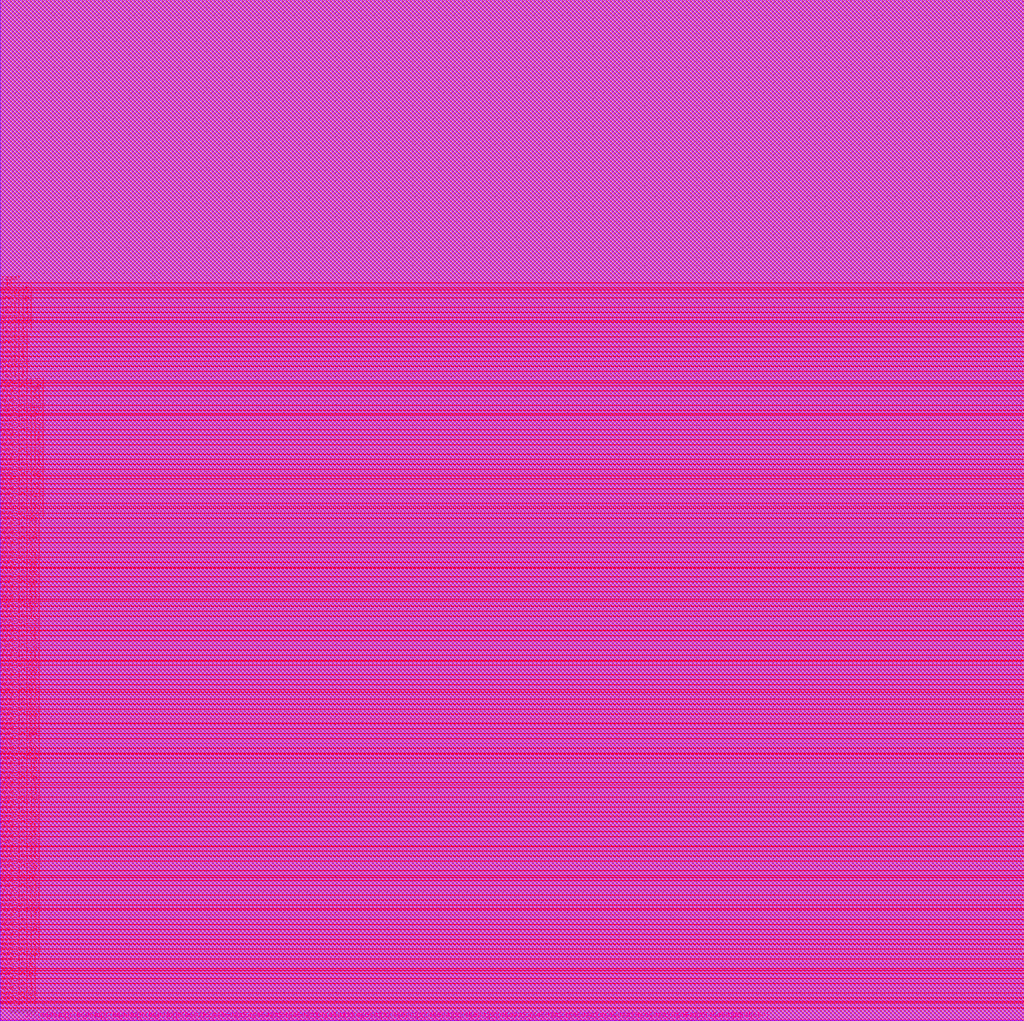
<source format=lef>
##
## LEF for PtnCells ;
## created by Innovus v15.23-s045_1 on Sun Mar 16 05:21:13 2025
##

VERSION 5.8 ;

BUSBITCHARS "[]" ;
DIVIDERCHAR "/" ;

MACRO core
  CLASS BLOCK ;
  SIZE 794.0000 BY 792.2000 ;
  FOREIGN core 0.0000 0.0000 ;
  ORIGIN 0 0 ;
  SYMMETRY X Y R90 ;
  PIN clk
    DIRECTION INPUT ;
    USE SIGNAL ;
    PORT
      LAYER M5 ;
        RECT 0.0000 568.5500 0.5200 568.6500 ;
    END
  END clk
  PIN sum_out[23]
    DIRECTION OUTPUT ;
    USE SIGNAL ;
    PORT
      LAYER M5 ;
        RECT 793.4800 566.9500 794.0000 567.0500 ;
    END
  END sum_out[23]
  PIN sum_out[22]
    DIRECTION OUTPUT ;
    USE SIGNAL ;
    PORT
      LAYER M5 ;
        RECT 793.4800 542.9500 794.0000 543.0500 ;
    END
  END sum_out[22]
  PIN sum_out[21]
    DIRECTION OUTPUT ;
    USE SIGNAL ;
    PORT
      LAYER M5 ;
        RECT 793.4800 518.9500 794.0000 519.0500 ;
    END
  END sum_out[21]
  PIN sum_out[20]
    DIRECTION OUTPUT ;
    USE SIGNAL ;
    PORT
      LAYER M5 ;
        RECT 793.4800 494.9500 794.0000 495.0500 ;
    END
  END sum_out[20]
  PIN sum_out[19]
    DIRECTION OUTPUT ;
    USE SIGNAL ;
    PORT
      LAYER M5 ;
        RECT 793.4800 470.9500 794.0000 471.0500 ;
    END
  END sum_out[19]
  PIN sum_out[18]
    DIRECTION OUTPUT ;
    USE SIGNAL ;
    PORT
      LAYER M5 ;
        RECT 793.4800 446.9500 794.0000 447.0500 ;
    END
  END sum_out[18]
  PIN sum_out[17]
    DIRECTION OUTPUT ;
    USE SIGNAL ;
    PORT
      LAYER M5 ;
        RECT 793.4800 422.9500 794.0000 423.0500 ;
    END
  END sum_out[17]
  PIN sum_out[16]
    DIRECTION OUTPUT ;
    USE SIGNAL ;
    PORT
      LAYER M5 ;
        RECT 793.4800 398.9500 794.0000 399.0500 ;
    END
  END sum_out[16]
  PIN sum_out[15]
    DIRECTION OUTPUT ;
    USE SIGNAL ;
    PORT
      LAYER M5 ;
        RECT 793.4800 374.9500 794.0000 375.0500 ;
    END
  END sum_out[15]
  PIN sum_out[14]
    DIRECTION OUTPUT ;
    USE SIGNAL ;
    PORT
      LAYER M5 ;
        RECT 793.4800 350.9500 794.0000 351.0500 ;
    END
  END sum_out[14]
  PIN sum_out[13]
    DIRECTION OUTPUT ;
    USE SIGNAL ;
    PORT
      LAYER M5 ;
        RECT 793.4800 326.9500 794.0000 327.0500 ;
    END
  END sum_out[13]
  PIN sum_out[12]
    DIRECTION OUTPUT ;
    USE SIGNAL ;
    PORT
      LAYER M5 ;
        RECT 793.4800 302.9500 794.0000 303.0500 ;
    END
  END sum_out[12]
  PIN sum_out[11]
    DIRECTION OUTPUT ;
    USE SIGNAL ;
    PORT
      LAYER M5 ;
        RECT 793.4800 278.9500 794.0000 279.0500 ;
    END
  END sum_out[11]
  PIN sum_out[10]
    DIRECTION OUTPUT ;
    USE SIGNAL ;
    PORT
      LAYER M5 ;
        RECT 793.4800 254.9500 794.0000 255.0500 ;
    END
  END sum_out[10]
  PIN sum_out[9]
    DIRECTION OUTPUT ;
    USE SIGNAL ;
    PORT
      LAYER M5 ;
        RECT 793.4800 230.9500 794.0000 231.0500 ;
    END
  END sum_out[9]
  PIN sum_out[8]
    DIRECTION OUTPUT ;
    USE SIGNAL ;
    PORT
      LAYER M5 ;
        RECT 793.4800 206.9500 794.0000 207.0500 ;
    END
  END sum_out[8]
  PIN sum_out[7]
    DIRECTION OUTPUT ;
    USE SIGNAL ;
    PORT
      LAYER M5 ;
        RECT 793.4800 182.9500 794.0000 183.0500 ;
    END
  END sum_out[7]
  PIN sum_out[6]
    DIRECTION OUTPUT ;
    USE SIGNAL ;
    PORT
      LAYER M5 ;
        RECT 793.4800 158.9500 794.0000 159.0500 ;
    END
  END sum_out[6]
  PIN sum_out[5]
    DIRECTION OUTPUT ;
    USE SIGNAL ;
    PORT
      LAYER M5 ;
        RECT 793.4800 134.9500 794.0000 135.0500 ;
    END
  END sum_out[5]
  PIN sum_out[4]
    DIRECTION OUTPUT ;
    USE SIGNAL ;
    PORT
      LAYER M5 ;
        RECT 793.4800 110.9500 794.0000 111.0500 ;
    END
  END sum_out[4]
  PIN sum_out[3]
    DIRECTION OUTPUT ;
    USE SIGNAL ;
    PORT
      LAYER M5 ;
        RECT 793.4800 86.9500 794.0000 87.0500 ;
    END
  END sum_out[3]
  PIN sum_out[2]
    DIRECTION OUTPUT ;
    USE SIGNAL ;
    PORT
      LAYER M5 ;
        RECT 793.4800 62.9500 794.0000 63.0500 ;
    END
  END sum_out[2]
  PIN sum_out[1]
    DIRECTION OUTPUT ;
    USE SIGNAL ;
    PORT
      LAYER M5 ;
        RECT 793.4800 38.9500 794.0000 39.0500 ;
    END
  END sum_out[1]
  PIN sum_out[0]
    DIRECTION OUTPUT ;
    USE SIGNAL ;
    PORT
      LAYER M5 ;
        RECT 793.4800 14.9500 794.0000 15.0500 ;
    END
  END sum_out[0]
  PIN mem_in[127]
    DIRECTION INPUT ;
    USE SIGNAL ;
    PORT
      LAYER M5 ;
        RECT 0.0000 492.5500 0.5200 492.6500 ;
    END
  END mem_in[127]
  PIN mem_in[126]
    DIRECTION INPUT ;
    USE SIGNAL ;
    PORT
      LAYER M5 ;
        RECT 0.0000 488.7500 0.5200 488.8500 ;
    END
  END mem_in[126]
  PIN mem_in[125]
    DIRECTION INPUT ;
    USE SIGNAL ;
    PORT
      LAYER M5 ;
        RECT 0.0000 484.9500 0.5200 485.0500 ;
    END
  END mem_in[125]
  PIN mem_in[124]
    DIRECTION INPUT ;
    USE SIGNAL ;
    PORT
      LAYER M5 ;
        RECT 0.0000 481.1500 0.5200 481.2500 ;
    END
  END mem_in[124]
  PIN mem_in[123]
    DIRECTION INPUT ;
    USE SIGNAL ;
    PORT
      LAYER M5 ;
        RECT 0.0000 477.3500 0.5200 477.4500 ;
    END
  END mem_in[123]
  PIN mem_in[122]
    DIRECTION INPUT ;
    USE SIGNAL ;
    PORT
      LAYER M5 ;
        RECT 0.0000 473.5500 0.5200 473.6500 ;
    END
  END mem_in[122]
  PIN mem_in[121]
    DIRECTION INPUT ;
    USE SIGNAL ;
    PORT
      LAYER M5 ;
        RECT 0.0000 469.7500 0.5200 469.8500 ;
    END
  END mem_in[121]
  PIN mem_in[120]
    DIRECTION INPUT ;
    USE SIGNAL ;
    PORT
      LAYER M5 ;
        RECT 0.0000 465.9500 0.5200 466.0500 ;
    END
  END mem_in[120]
  PIN mem_in[119]
    DIRECTION INPUT ;
    USE SIGNAL ;
    PORT
      LAYER M5 ;
        RECT 0.0000 462.1500 0.5200 462.2500 ;
    END
  END mem_in[119]
  PIN mem_in[118]
    DIRECTION INPUT ;
    USE SIGNAL ;
    PORT
      LAYER M5 ;
        RECT 0.0000 458.3500 0.5200 458.4500 ;
    END
  END mem_in[118]
  PIN mem_in[117]
    DIRECTION INPUT ;
    USE SIGNAL ;
    PORT
      LAYER M5 ;
        RECT 0.0000 454.5500 0.5200 454.6500 ;
    END
  END mem_in[117]
  PIN mem_in[116]
    DIRECTION INPUT ;
    USE SIGNAL ;
    PORT
      LAYER M5 ;
        RECT 0.0000 450.7500 0.5200 450.8500 ;
    END
  END mem_in[116]
  PIN mem_in[115]
    DIRECTION INPUT ;
    USE SIGNAL ;
    PORT
      LAYER M5 ;
        RECT 0.0000 446.9500 0.5200 447.0500 ;
    END
  END mem_in[115]
  PIN mem_in[114]
    DIRECTION INPUT ;
    USE SIGNAL ;
    PORT
      LAYER M5 ;
        RECT 0.0000 443.1500 0.5200 443.2500 ;
    END
  END mem_in[114]
  PIN mem_in[113]
    DIRECTION INPUT ;
    USE SIGNAL ;
    PORT
      LAYER M5 ;
        RECT 0.0000 439.3500 0.5200 439.4500 ;
    END
  END mem_in[113]
  PIN mem_in[112]
    DIRECTION INPUT ;
    USE SIGNAL ;
    PORT
      LAYER M5 ;
        RECT 0.0000 435.5500 0.5200 435.6500 ;
    END
  END mem_in[112]
  PIN mem_in[111]
    DIRECTION INPUT ;
    USE SIGNAL ;
    PORT
      LAYER M5 ;
        RECT 0.0000 431.7500 0.5200 431.8500 ;
    END
  END mem_in[111]
  PIN mem_in[110]
    DIRECTION INPUT ;
    USE SIGNAL ;
    PORT
      LAYER M5 ;
        RECT 0.0000 427.9500 0.5200 428.0500 ;
    END
  END mem_in[110]
  PIN mem_in[109]
    DIRECTION INPUT ;
    USE SIGNAL ;
    PORT
      LAYER M5 ;
        RECT 0.0000 424.1500 0.5200 424.2500 ;
    END
  END mem_in[109]
  PIN mem_in[108]
    DIRECTION INPUT ;
    USE SIGNAL ;
    PORT
      LAYER M5 ;
        RECT 0.0000 420.3500 0.5200 420.4500 ;
    END
  END mem_in[108]
  PIN mem_in[107]
    DIRECTION INPUT ;
    USE SIGNAL ;
    PORT
      LAYER M5 ;
        RECT 0.0000 416.5500 0.5200 416.6500 ;
    END
  END mem_in[107]
  PIN mem_in[106]
    DIRECTION INPUT ;
    USE SIGNAL ;
    PORT
      LAYER M5 ;
        RECT 0.0000 412.7500 0.5200 412.8500 ;
    END
  END mem_in[106]
  PIN mem_in[105]
    DIRECTION INPUT ;
    USE SIGNAL ;
    PORT
      LAYER M5 ;
        RECT 0.0000 408.9500 0.5200 409.0500 ;
    END
  END mem_in[105]
  PIN mem_in[104]
    DIRECTION INPUT ;
    USE SIGNAL ;
    PORT
      LAYER M5 ;
        RECT 0.0000 405.1500 0.5200 405.2500 ;
    END
  END mem_in[104]
  PIN mem_in[103]
    DIRECTION INPUT ;
    USE SIGNAL ;
    PORT
      LAYER M5 ;
        RECT 0.0000 401.3500 0.5200 401.4500 ;
    END
  END mem_in[103]
  PIN mem_in[102]
    DIRECTION INPUT ;
    USE SIGNAL ;
    PORT
      LAYER M5 ;
        RECT 0.0000 397.5500 0.5200 397.6500 ;
    END
  END mem_in[102]
  PIN mem_in[101]
    DIRECTION INPUT ;
    USE SIGNAL ;
    PORT
      LAYER M5 ;
        RECT 0.0000 393.7500 0.5200 393.8500 ;
    END
  END mem_in[101]
  PIN mem_in[100]
    DIRECTION INPUT ;
    USE SIGNAL ;
    PORT
      LAYER M5 ;
        RECT 0.0000 389.9500 0.5200 390.0500 ;
    END
  END mem_in[100]
  PIN mem_in[99]
    DIRECTION INPUT ;
    USE SIGNAL ;
    PORT
      LAYER M5 ;
        RECT 0.0000 386.1500 0.5200 386.2500 ;
    END
  END mem_in[99]
  PIN mem_in[98]
    DIRECTION INPUT ;
    USE SIGNAL ;
    PORT
      LAYER M5 ;
        RECT 0.0000 382.3500 0.5200 382.4500 ;
    END
  END mem_in[98]
  PIN mem_in[97]
    DIRECTION INPUT ;
    USE SIGNAL ;
    PORT
      LAYER M5 ;
        RECT 0.0000 378.5500 0.5200 378.6500 ;
    END
  END mem_in[97]
  PIN mem_in[96]
    DIRECTION INPUT ;
    USE SIGNAL ;
    PORT
      LAYER M5 ;
        RECT 0.0000 374.7500 0.5200 374.8500 ;
    END
  END mem_in[96]
  PIN mem_in[95]
    DIRECTION INPUT ;
    USE SIGNAL ;
    PORT
      LAYER M5 ;
        RECT 0.0000 370.9500 0.5200 371.0500 ;
    END
  END mem_in[95]
  PIN mem_in[94]
    DIRECTION INPUT ;
    USE SIGNAL ;
    PORT
      LAYER M5 ;
        RECT 0.0000 367.1500 0.5200 367.2500 ;
    END
  END mem_in[94]
  PIN mem_in[93]
    DIRECTION INPUT ;
    USE SIGNAL ;
    PORT
      LAYER M5 ;
        RECT 0.0000 363.3500 0.5200 363.4500 ;
    END
  END mem_in[93]
  PIN mem_in[92]
    DIRECTION INPUT ;
    USE SIGNAL ;
    PORT
      LAYER M5 ;
        RECT 0.0000 359.5500 0.5200 359.6500 ;
    END
  END mem_in[92]
  PIN mem_in[91]
    DIRECTION INPUT ;
    USE SIGNAL ;
    PORT
      LAYER M5 ;
        RECT 0.0000 355.7500 0.5200 355.8500 ;
    END
  END mem_in[91]
  PIN mem_in[90]
    DIRECTION INPUT ;
    USE SIGNAL ;
    PORT
      LAYER M5 ;
        RECT 0.0000 351.9500 0.5200 352.0500 ;
    END
  END mem_in[90]
  PIN mem_in[89]
    DIRECTION INPUT ;
    USE SIGNAL ;
    PORT
      LAYER M5 ;
        RECT 0.0000 348.1500 0.5200 348.2500 ;
    END
  END mem_in[89]
  PIN mem_in[88]
    DIRECTION INPUT ;
    USE SIGNAL ;
    PORT
      LAYER M5 ;
        RECT 0.0000 344.3500 0.5200 344.4500 ;
    END
  END mem_in[88]
  PIN mem_in[87]
    DIRECTION INPUT ;
    USE SIGNAL ;
    PORT
      LAYER M5 ;
        RECT 0.0000 340.5500 0.5200 340.6500 ;
    END
  END mem_in[87]
  PIN mem_in[86]
    DIRECTION INPUT ;
    USE SIGNAL ;
    PORT
      LAYER M5 ;
        RECT 0.0000 336.7500 0.5200 336.8500 ;
    END
  END mem_in[86]
  PIN mem_in[85]
    DIRECTION INPUT ;
    USE SIGNAL ;
    PORT
      LAYER M5 ;
        RECT 0.0000 332.9500 0.5200 333.0500 ;
    END
  END mem_in[85]
  PIN mem_in[84]
    DIRECTION INPUT ;
    USE SIGNAL ;
    PORT
      LAYER M5 ;
        RECT 0.0000 329.1500 0.5200 329.2500 ;
    END
  END mem_in[84]
  PIN mem_in[83]
    DIRECTION INPUT ;
    USE SIGNAL ;
    PORT
      LAYER M5 ;
        RECT 0.0000 325.3500 0.5200 325.4500 ;
    END
  END mem_in[83]
  PIN mem_in[82]
    DIRECTION INPUT ;
    USE SIGNAL ;
    PORT
      LAYER M5 ;
        RECT 0.0000 321.5500 0.5200 321.6500 ;
    END
  END mem_in[82]
  PIN mem_in[81]
    DIRECTION INPUT ;
    USE SIGNAL ;
    PORT
      LAYER M5 ;
        RECT 0.0000 317.7500 0.5200 317.8500 ;
    END
  END mem_in[81]
  PIN mem_in[80]
    DIRECTION INPUT ;
    USE SIGNAL ;
    PORT
      LAYER M5 ;
        RECT 0.0000 313.9500 0.5200 314.0500 ;
    END
  END mem_in[80]
  PIN mem_in[79]
    DIRECTION INPUT ;
    USE SIGNAL ;
    PORT
      LAYER M5 ;
        RECT 0.0000 310.1500 0.5200 310.2500 ;
    END
  END mem_in[79]
  PIN mem_in[78]
    DIRECTION INPUT ;
    USE SIGNAL ;
    PORT
      LAYER M5 ;
        RECT 0.0000 306.3500 0.5200 306.4500 ;
    END
  END mem_in[78]
  PIN mem_in[77]
    DIRECTION INPUT ;
    USE SIGNAL ;
    PORT
      LAYER M5 ;
        RECT 0.0000 302.5500 0.5200 302.6500 ;
    END
  END mem_in[77]
  PIN mem_in[76]
    DIRECTION INPUT ;
    USE SIGNAL ;
    PORT
      LAYER M5 ;
        RECT 0.0000 298.7500 0.5200 298.8500 ;
    END
  END mem_in[76]
  PIN mem_in[75]
    DIRECTION INPUT ;
    USE SIGNAL ;
    PORT
      LAYER M5 ;
        RECT 0.0000 294.9500 0.5200 295.0500 ;
    END
  END mem_in[75]
  PIN mem_in[74]
    DIRECTION INPUT ;
    USE SIGNAL ;
    PORT
      LAYER M5 ;
        RECT 0.0000 291.1500 0.5200 291.2500 ;
    END
  END mem_in[74]
  PIN mem_in[73]
    DIRECTION INPUT ;
    USE SIGNAL ;
    PORT
      LAYER M5 ;
        RECT 0.0000 287.3500 0.5200 287.4500 ;
    END
  END mem_in[73]
  PIN mem_in[72]
    DIRECTION INPUT ;
    USE SIGNAL ;
    PORT
      LAYER M5 ;
        RECT 0.0000 283.5500 0.5200 283.6500 ;
    END
  END mem_in[72]
  PIN mem_in[71]
    DIRECTION INPUT ;
    USE SIGNAL ;
    PORT
      LAYER M5 ;
        RECT 0.0000 279.7500 0.5200 279.8500 ;
    END
  END mem_in[71]
  PIN mem_in[70]
    DIRECTION INPUT ;
    USE SIGNAL ;
    PORT
      LAYER M5 ;
        RECT 0.0000 275.9500 0.5200 276.0500 ;
    END
  END mem_in[70]
  PIN mem_in[69]
    DIRECTION INPUT ;
    USE SIGNAL ;
    PORT
      LAYER M5 ;
        RECT 0.0000 272.1500 0.5200 272.2500 ;
    END
  END mem_in[69]
  PIN mem_in[68]
    DIRECTION INPUT ;
    USE SIGNAL ;
    PORT
      LAYER M5 ;
        RECT 0.0000 268.3500 0.5200 268.4500 ;
    END
  END mem_in[68]
  PIN mem_in[67]
    DIRECTION INPUT ;
    USE SIGNAL ;
    PORT
      LAYER M5 ;
        RECT 0.0000 264.5500 0.5200 264.6500 ;
    END
  END mem_in[67]
  PIN mem_in[66]
    DIRECTION INPUT ;
    USE SIGNAL ;
    PORT
      LAYER M5 ;
        RECT 0.0000 260.7500 0.5200 260.8500 ;
    END
  END mem_in[66]
  PIN mem_in[65]
    DIRECTION INPUT ;
    USE SIGNAL ;
    PORT
      LAYER M5 ;
        RECT 0.0000 256.9500 0.5200 257.0500 ;
    END
  END mem_in[65]
  PIN mem_in[64]
    DIRECTION INPUT ;
    USE SIGNAL ;
    PORT
      LAYER M5 ;
        RECT 0.0000 253.1500 0.5200 253.2500 ;
    END
  END mem_in[64]
  PIN mem_in[63]
    DIRECTION INPUT ;
    USE SIGNAL ;
    PORT
      LAYER M5 ;
        RECT 0.0000 249.3500 0.5200 249.4500 ;
    END
  END mem_in[63]
  PIN mem_in[62]
    DIRECTION INPUT ;
    USE SIGNAL ;
    PORT
      LAYER M5 ;
        RECT 0.0000 245.5500 0.5200 245.6500 ;
    END
  END mem_in[62]
  PIN mem_in[61]
    DIRECTION INPUT ;
    USE SIGNAL ;
    PORT
      LAYER M5 ;
        RECT 0.0000 241.7500 0.5200 241.8500 ;
    END
  END mem_in[61]
  PIN mem_in[60]
    DIRECTION INPUT ;
    USE SIGNAL ;
    PORT
      LAYER M5 ;
        RECT 0.0000 237.9500 0.5200 238.0500 ;
    END
  END mem_in[60]
  PIN mem_in[59]
    DIRECTION INPUT ;
    USE SIGNAL ;
    PORT
      LAYER M5 ;
        RECT 0.0000 234.1500 0.5200 234.2500 ;
    END
  END mem_in[59]
  PIN mem_in[58]
    DIRECTION INPUT ;
    USE SIGNAL ;
    PORT
      LAYER M5 ;
        RECT 0.0000 230.3500 0.5200 230.4500 ;
    END
  END mem_in[58]
  PIN mem_in[57]
    DIRECTION INPUT ;
    USE SIGNAL ;
    PORT
      LAYER M5 ;
        RECT 0.0000 226.5500 0.5200 226.6500 ;
    END
  END mem_in[57]
  PIN mem_in[56]
    DIRECTION INPUT ;
    USE SIGNAL ;
    PORT
      LAYER M5 ;
        RECT 0.0000 222.7500 0.5200 222.8500 ;
    END
  END mem_in[56]
  PIN mem_in[55]
    DIRECTION INPUT ;
    USE SIGNAL ;
    PORT
      LAYER M5 ;
        RECT 0.0000 218.9500 0.5200 219.0500 ;
    END
  END mem_in[55]
  PIN mem_in[54]
    DIRECTION INPUT ;
    USE SIGNAL ;
    PORT
      LAYER M5 ;
        RECT 0.0000 215.1500 0.5200 215.2500 ;
    END
  END mem_in[54]
  PIN mem_in[53]
    DIRECTION INPUT ;
    USE SIGNAL ;
    PORT
      LAYER M5 ;
        RECT 0.0000 211.3500 0.5200 211.4500 ;
    END
  END mem_in[53]
  PIN mem_in[52]
    DIRECTION INPUT ;
    USE SIGNAL ;
    PORT
      LAYER M5 ;
        RECT 0.0000 207.5500 0.5200 207.6500 ;
    END
  END mem_in[52]
  PIN mem_in[51]
    DIRECTION INPUT ;
    USE SIGNAL ;
    PORT
      LAYER M5 ;
        RECT 0.0000 203.7500 0.5200 203.8500 ;
    END
  END mem_in[51]
  PIN mem_in[50]
    DIRECTION INPUT ;
    USE SIGNAL ;
    PORT
      LAYER M5 ;
        RECT 0.0000 199.9500 0.5200 200.0500 ;
    END
  END mem_in[50]
  PIN mem_in[49]
    DIRECTION INPUT ;
    USE SIGNAL ;
    PORT
      LAYER M5 ;
        RECT 0.0000 196.1500 0.5200 196.2500 ;
    END
  END mem_in[49]
  PIN mem_in[48]
    DIRECTION INPUT ;
    USE SIGNAL ;
    PORT
      LAYER M5 ;
        RECT 0.0000 192.3500 0.5200 192.4500 ;
    END
  END mem_in[48]
  PIN mem_in[47]
    DIRECTION INPUT ;
    USE SIGNAL ;
    PORT
      LAYER M5 ;
        RECT 0.0000 188.5500 0.5200 188.6500 ;
    END
  END mem_in[47]
  PIN mem_in[46]
    DIRECTION INPUT ;
    USE SIGNAL ;
    PORT
      LAYER M5 ;
        RECT 0.0000 184.7500 0.5200 184.8500 ;
    END
  END mem_in[46]
  PIN mem_in[45]
    DIRECTION INPUT ;
    USE SIGNAL ;
    PORT
      LAYER M5 ;
        RECT 0.0000 180.9500 0.5200 181.0500 ;
    END
  END mem_in[45]
  PIN mem_in[44]
    DIRECTION INPUT ;
    USE SIGNAL ;
    PORT
      LAYER M5 ;
        RECT 0.0000 177.1500 0.5200 177.2500 ;
    END
  END mem_in[44]
  PIN mem_in[43]
    DIRECTION INPUT ;
    USE SIGNAL ;
    PORT
      LAYER M5 ;
        RECT 0.0000 173.3500 0.5200 173.4500 ;
    END
  END mem_in[43]
  PIN mem_in[42]
    DIRECTION INPUT ;
    USE SIGNAL ;
    PORT
      LAYER M5 ;
        RECT 0.0000 169.5500 0.5200 169.6500 ;
    END
  END mem_in[42]
  PIN mem_in[41]
    DIRECTION INPUT ;
    USE SIGNAL ;
    PORT
      LAYER M5 ;
        RECT 0.0000 165.7500 0.5200 165.8500 ;
    END
  END mem_in[41]
  PIN mem_in[40]
    DIRECTION INPUT ;
    USE SIGNAL ;
    PORT
      LAYER M5 ;
        RECT 0.0000 161.9500 0.5200 162.0500 ;
    END
  END mem_in[40]
  PIN mem_in[39]
    DIRECTION INPUT ;
    USE SIGNAL ;
    PORT
      LAYER M5 ;
        RECT 0.0000 158.1500 0.5200 158.2500 ;
    END
  END mem_in[39]
  PIN mem_in[38]
    DIRECTION INPUT ;
    USE SIGNAL ;
    PORT
      LAYER M5 ;
        RECT 0.0000 154.3500 0.5200 154.4500 ;
    END
  END mem_in[38]
  PIN mem_in[37]
    DIRECTION INPUT ;
    USE SIGNAL ;
    PORT
      LAYER M5 ;
        RECT 0.0000 150.5500 0.5200 150.6500 ;
    END
  END mem_in[37]
  PIN mem_in[36]
    DIRECTION INPUT ;
    USE SIGNAL ;
    PORT
      LAYER M5 ;
        RECT 0.0000 146.7500 0.5200 146.8500 ;
    END
  END mem_in[36]
  PIN mem_in[35]
    DIRECTION INPUT ;
    USE SIGNAL ;
    PORT
      LAYER M5 ;
        RECT 0.0000 142.9500 0.5200 143.0500 ;
    END
  END mem_in[35]
  PIN mem_in[34]
    DIRECTION INPUT ;
    USE SIGNAL ;
    PORT
      LAYER M5 ;
        RECT 0.0000 139.1500 0.5200 139.2500 ;
    END
  END mem_in[34]
  PIN mem_in[33]
    DIRECTION INPUT ;
    USE SIGNAL ;
    PORT
      LAYER M5 ;
        RECT 0.0000 135.3500 0.5200 135.4500 ;
    END
  END mem_in[33]
  PIN mem_in[32]
    DIRECTION INPUT ;
    USE SIGNAL ;
    PORT
      LAYER M5 ;
        RECT 0.0000 131.5500 0.5200 131.6500 ;
    END
  END mem_in[32]
  PIN mem_in[31]
    DIRECTION INPUT ;
    USE SIGNAL ;
    PORT
      LAYER M5 ;
        RECT 0.0000 127.7500 0.5200 127.8500 ;
    END
  END mem_in[31]
  PIN mem_in[30]
    DIRECTION INPUT ;
    USE SIGNAL ;
    PORT
      LAYER M5 ;
        RECT 0.0000 123.9500 0.5200 124.0500 ;
    END
  END mem_in[30]
  PIN mem_in[29]
    DIRECTION INPUT ;
    USE SIGNAL ;
    PORT
      LAYER M5 ;
        RECT 0.0000 120.1500 0.5200 120.2500 ;
    END
  END mem_in[29]
  PIN mem_in[28]
    DIRECTION INPUT ;
    USE SIGNAL ;
    PORT
      LAYER M5 ;
        RECT 0.0000 116.3500 0.5200 116.4500 ;
    END
  END mem_in[28]
  PIN mem_in[27]
    DIRECTION INPUT ;
    USE SIGNAL ;
    PORT
      LAYER M5 ;
        RECT 0.0000 112.5500 0.5200 112.6500 ;
    END
  END mem_in[27]
  PIN mem_in[26]
    DIRECTION INPUT ;
    USE SIGNAL ;
    PORT
      LAYER M5 ;
        RECT 0.0000 108.7500 0.5200 108.8500 ;
    END
  END mem_in[26]
  PIN mem_in[25]
    DIRECTION INPUT ;
    USE SIGNAL ;
    PORT
      LAYER M5 ;
        RECT 0.0000 104.9500 0.5200 105.0500 ;
    END
  END mem_in[25]
  PIN mem_in[24]
    DIRECTION INPUT ;
    USE SIGNAL ;
    PORT
      LAYER M5 ;
        RECT 0.0000 101.1500 0.5200 101.2500 ;
    END
  END mem_in[24]
  PIN mem_in[23]
    DIRECTION INPUT ;
    USE SIGNAL ;
    PORT
      LAYER M5 ;
        RECT 0.0000 97.3500 0.5200 97.4500 ;
    END
  END mem_in[23]
  PIN mem_in[22]
    DIRECTION INPUT ;
    USE SIGNAL ;
    PORT
      LAYER M5 ;
        RECT 0.0000 93.5500 0.5200 93.6500 ;
    END
  END mem_in[22]
  PIN mem_in[21]
    DIRECTION INPUT ;
    USE SIGNAL ;
    PORT
      LAYER M5 ;
        RECT 0.0000 89.7500 0.5200 89.8500 ;
    END
  END mem_in[21]
  PIN mem_in[20]
    DIRECTION INPUT ;
    USE SIGNAL ;
    PORT
      LAYER M5 ;
        RECT 0.0000 85.9500 0.5200 86.0500 ;
    END
  END mem_in[20]
  PIN mem_in[19]
    DIRECTION INPUT ;
    USE SIGNAL ;
    PORT
      LAYER M5 ;
        RECT 0.0000 82.1500 0.5200 82.2500 ;
    END
  END mem_in[19]
  PIN mem_in[18]
    DIRECTION INPUT ;
    USE SIGNAL ;
    PORT
      LAYER M5 ;
        RECT 0.0000 78.3500 0.5200 78.4500 ;
    END
  END mem_in[18]
  PIN mem_in[17]
    DIRECTION INPUT ;
    USE SIGNAL ;
    PORT
      LAYER M5 ;
        RECT 0.0000 74.5500 0.5200 74.6500 ;
    END
  END mem_in[17]
  PIN mem_in[16]
    DIRECTION INPUT ;
    USE SIGNAL ;
    PORT
      LAYER M5 ;
        RECT 0.0000 70.7500 0.5200 70.8500 ;
    END
  END mem_in[16]
  PIN mem_in[15]
    DIRECTION INPUT ;
    USE SIGNAL ;
    PORT
      LAYER M5 ;
        RECT 0.0000 66.9500 0.5200 67.0500 ;
    END
  END mem_in[15]
  PIN mem_in[14]
    DIRECTION INPUT ;
    USE SIGNAL ;
    PORT
      LAYER M5 ;
        RECT 0.0000 63.1500 0.5200 63.2500 ;
    END
  END mem_in[14]
  PIN mem_in[13]
    DIRECTION INPUT ;
    USE SIGNAL ;
    PORT
      LAYER M5 ;
        RECT 0.0000 59.3500 0.5200 59.4500 ;
    END
  END mem_in[13]
  PIN mem_in[12]
    DIRECTION INPUT ;
    USE SIGNAL ;
    PORT
      LAYER M5 ;
        RECT 0.0000 55.5500 0.5200 55.6500 ;
    END
  END mem_in[12]
  PIN mem_in[11]
    DIRECTION INPUT ;
    USE SIGNAL ;
    PORT
      LAYER M5 ;
        RECT 0.0000 51.7500 0.5200 51.8500 ;
    END
  END mem_in[11]
  PIN mem_in[10]
    DIRECTION INPUT ;
    USE SIGNAL ;
    PORT
      LAYER M5 ;
        RECT 0.0000 47.9500 0.5200 48.0500 ;
    END
  END mem_in[10]
  PIN mem_in[9]
    DIRECTION INPUT ;
    USE SIGNAL ;
    PORT
      LAYER M5 ;
        RECT 0.0000 44.1500 0.5200 44.2500 ;
    END
  END mem_in[9]
  PIN mem_in[8]
    DIRECTION INPUT ;
    USE SIGNAL ;
    PORT
      LAYER M5 ;
        RECT 0.0000 40.3500 0.5200 40.4500 ;
    END
  END mem_in[8]
  PIN mem_in[7]
    DIRECTION INPUT ;
    USE SIGNAL ;
    PORT
      LAYER M5 ;
        RECT 0.0000 36.5500 0.5200 36.6500 ;
    END
  END mem_in[7]
  PIN mem_in[6]
    DIRECTION INPUT ;
    USE SIGNAL ;
    PORT
      LAYER M5 ;
        RECT 0.0000 32.7500 0.5200 32.8500 ;
    END
  END mem_in[6]
  PIN mem_in[5]
    DIRECTION INPUT ;
    USE SIGNAL ;
    PORT
      LAYER M5 ;
        RECT 0.0000 28.9500 0.5200 29.0500 ;
    END
  END mem_in[5]
  PIN mem_in[4]
    DIRECTION INPUT ;
    USE SIGNAL ;
    PORT
      LAYER M5 ;
        RECT 0.0000 25.1500 0.5200 25.2500 ;
    END
  END mem_in[4]
  PIN mem_in[3]
    DIRECTION INPUT ;
    USE SIGNAL ;
    PORT
      LAYER M5 ;
        RECT 0.0000 21.3500 0.5200 21.4500 ;
    END
  END mem_in[3]
  PIN mem_in[2]
    DIRECTION INPUT ;
    USE SIGNAL ;
    PORT
      LAYER M5 ;
        RECT 0.0000 17.5500 0.5200 17.6500 ;
    END
  END mem_in[2]
  PIN mem_in[1]
    DIRECTION INPUT ;
    USE SIGNAL ;
    PORT
      LAYER M5 ;
        RECT 0.0000 13.7500 0.5200 13.8500 ;
    END
  END mem_in[1]
  PIN mem_in[0]
    DIRECTION INPUT ;
    USE SIGNAL ;
    PORT
      LAYER M5 ;
        RECT 0.0000 9.9500 0.5200 10.0500 ;
    END
  END mem_in[0]
  PIN out[159]
    DIRECTION OUTPUT ;
    USE SIGNAL ;
    PORT
      LAYER M6 ;
        RECT 571.4500 0.0000 571.5500 0.5200 ;
    END
  END out[159]
  PIN out[158]
    DIRECTION OUTPUT ;
    USE SIGNAL ;
    PORT
      LAYER M6 ;
        RECT 564.4500 0.0000 564.5500 0.5200 ;
    END
  END out[158]
  PIN out[157]
    DIRECTION OUTPUT ;
    USE SIGNAL ;
    PORT
      LAYER M6 ;
        RECT 557.4500 0.0000 557.5500 0.5200 ;
    END
  END out[157]
  PIN out[156]
    DIRECTION OUTPUT ;
    USE SIGNAL ;
    PORT
      LAYER M6 ;
        RECT 550.4500 0.0000 550.5500 0.5200 ;
    END
  END out[156]
  PIN out[155]
    DIRECTION OUTPUT ;
    USE SIGNAL ;
    PORT
      LAYER M6 ;
        RECT 543.4500 0.0000 543.5500 0.5200 ;
    END
  END out[155]
  PIN out[154]
    DIRECTION OUTPUT ;
    USE SIGNAL ;
    PORT
      LAYER M6 ;
        RECT 536.4500 0.0000 536.5500 0.5200 ;
    END
  END out[154]
  PIN out[153]
    DIRECTION OUTPUT ;
    USE SIGNAL ;
    PORT
      LAYER M6 ;
        RECT 529.4500 0.0000 529.5500 0.5200 ;
    END
  END out[153]
  PIN out[152]
    DIRECTION OUTPUT ;
    USE SIGNAL ;
    PORT
      LAYER M6 ;
        RECT 522.4500 0.0000 522.5500 0.5200 ;
    END
  END out[152]
  PIN out[151]
    DIRECTION OUTPUT ;
    USE SIGNAL ;
    PORT
      LAYER M6 ;
        RECT 515.4500 0.0000 515.5500 0.5200 ;
    END
  END out[151]
  PIN out[150]
    DIRECTION OUTPUT ;
    USE SIGNAL ;
    PORT
      LAYER M6 ;
        RECT 508.4500 0.0000 508.5500 0.5200 ;
    END
  END out[150]
  PIN out[149]
    DIRECTION OUTPUT ;
    USE SIGNAL ;
    PORT
      LAYER M6 ;
        RECT 501.4500 0.0000 501.5500 0.5200 ;
    END
  END out[149]
  PIN out[148]
    DIRECTION OUTPUT ;
    USE SIGNAL ;
    PORT
      LAYER M6 ;
        RECT 494.4500 0.0000 494.5500 0.5200 ;
    END
  END out[148]
  PIN out[147]
    DIRECTION OUTPUT ;
    USE SIGNAL ;
    PORT
      LAYER M6 ;
        RECT 487.4500 0.0000 487.5500 0.5200 ;
    END
  END out[147]
  PIN out[146]
    DIRECTION OUTPUT ;
    USE SIGNAL ;
    PORT
      LAYER M6 ;
        RECT 480.4500 0.0000 480.5500 0.5200 ;
    END
  END out[146]
  PIN out[145]
    DIRECTION OUTPUT ;
    USE SIGNAL ;
    PORT
      LAYER M6 ;
        RECT 473.4500 0.0000 473.5500 0.5200 ;
    END
  END out[145]
  PIN out[144]
    DIRECTION OUTPUT ;
    USE SIGNAL ;
    PORT
      LAYER M6 ;
        RECT 466.4500 0.0000 466.5500 0.5200 ;
    END
  END out[144]
  PIN out[143]
    DIRECTION OUTPUT ;
    USE SIGNAL ;
    PORT
      LAYER M6 ;
        RECT 459.4500 0.0000 459.5500 0.5200 ;
    END
  END out[143]
  PIN out[142]
    DIRECTION OUTPUT ;
    USE SIGNAL ;
    PORT
      LAYER M6 ;
        RECT 452.4500 0.0000 452.5500 0.5200 ;
    END
  END out[142]
  PIN out[141]
    DIRECTION OUTPUT ;
    USE SIGNAL ;
    PORT
      LAYER M6 ;
        RECT 445.4500 0.0000 445.5500 0.5200 ;
    END
  END out[141]
  PIN out[140]
    DIRECTION OUTPUT ;
    USE SIGNAL ;
    PORT
      LAYER M6 ;
        RECT 438.4500 0.0000 438.5500 0.5200 ;
    END
  END out[140]
  PIN out[139]
    DIRECTION OUTPUT ;
    USE SIGNAL ;
    PORT
      LAYER M6 ;
        RECT 431.4500 0.0000 431.5500 0.5200 ;
    END
  END out[139]
  PIN out[138]
    DIRECTION OUTPUT ;
    USE SIGNAL ;
    PORT
      LAYER M6 ;
        RECT 424.4500 0.0000 424.5500 0.5200 ;
    END
  END out[138]
  PIN out[137]
    DIRECTION OUTPUT ;
    USE SIGNAL ;
    PORT
      LAYER M6 ;
        RECT 417.4500 0.0000 417.5500 0.5200 ;
    END
  END out[137]
  PIN out[136]
    DIRECTION OUTPUT ;
    USE SIGNAL ;
    PORT
      LAYER M6 ;
        RECT 410.4500 0.0000 410.5500 0.5200 ;
    END
  END out[136]
  PIN out[135]
    DIRECTION OUTPUT ;
    USE SIGNAL ;
    PORT
      LAYER M6 ;
        RECT 403.4500 0.0000 403.5500 0.5200 ;
    END
  END out[135]
  PIN out[134]
    DIRECTION OUTPUT ;
    USE SIGNAL ;
    PORT
      LAYER M6 ;
        RECT 396.4500 0.0000 396.5500 0.5200 ;
    END
  END out[134]
  PIN out[133]
    DIRECTION OUTPUT ;
    USE SIGNAL ;
    PORT
      LAYER M6 ;
        RECT 389.4500 0.0000 389.5500 0.5200 ;
    END
  END out[133]
  PIN out[132]
    DIRECTION OUTPUT ;
    USE SIGNAL ;
    PORT
      LAYER M6 ;
        RECT 382.4500 0.0000 382.5500 0.5200 ;
    END
  END out[132]
  PIN out[131]
    DIRECTION OUTPUT ;
    USE SIGNAL ;
    PORT
      LAYER M6 ;
        RECT 375.4500 0.0000 375.5500 0.5200 ;
    END
  END out[131]
  PIN out[130]
    DIRECTION OUTPUT ;
    USE SIGNAL ;
    PORT
      LAYER M6 ;
        RECT 368.4500 0.0000 368.5500 0.5200 ;
    END
  END out[130]
  PIN out[129]
    DIRECTION OUTPUT ;
    USE SIGNAL ;
    PORT
      LAYER M6 ;
        RECT 361.4500 0.0000 361.5500 0.5200 ;
    END
  END out[129]
  PIN out[128]
    DIRECTION OUTPUT ;
    USE SIGNAL ;
    PORT
      LAYER M6 ;
        RECT 354.4500 0.0000 354.5500 0.5200 ;
    END
  END out[128]
  PIN out[127]
    DIRECTION OUTPUT ;
    USE SIGNAL ;
    PORT
      LAYER M6 ;
        RECT 347.4500 0.0000 347.5500 0.5200 ;
    END
  END out[127]
  PIN out[126]
    DIRECTION OUTPUT ;
    USE SIGNAL ;
    PORT
      LAYER M6 ;
        RECT 340.4500 0.0000 340.5500 0.5200 ;
    END
  END out[126]
  PIN out[125]
    DIRECTION OUTPUT ;
    USE SIGNAL ;
    PORT
      LAYER M6 ;
        RECT 333.4500 0.0000 333.5500 0.5200 ;
    END
  END out[125]
  PIN out[124]
    DIRECTION OUTPUT ;
    USE SIGNAL ;
    PORT
      LAYER M6 ;
        RECT 326.4500 0.0000 326.5500 0.5200 ;
    END
  END out[124]
  PIN out[123]
    DIRECTION OUTPUT ;
    USE SIGNAL ;
    PORT
      LAYER M6 ;
        RECT 319.4500 0.0000 319.5500 0.5200 ;
    END
  END out[123]
  PIN out[122]
    DIRECTION OUTPUT ;
    USE SIGNAL ;
    PORT
      LAYER M6 ;
        RECT 312.4500 0.0000 312.5500 0.5200 ;
    END
  END out[122]
  PIN out[121]
    DIRECTION OUTPUT ;
    USE SIGNAL ;
    PORT
      LAYER M6 ;
        RECT 305.4500 0.0000 305.5500 0.5200 ;
    END
  END out[121]
  PIN out[120]
    DIRECTION OUTPUT ;
    USE SIGNAL ;
    PORT
      LAYER M6 ;
        RECT 298.4500 0.0000 298.5500 0.5200 ;
    END
  END out[120]
  PIN out[119]
    DIRECTION OUTPUT ;
    USE SIGNAL ;
    PORT
      LAYER M6 ;
        RECT 291.4500 0.0000 291.5500 0.5200 ;
    END
  END out[119]
  PIN out[118]
    DIRECTION OUTPUT ;
    USE SIGNAL ;
    PORT
      LAYER M6 ;
        RECT 284.4500 0.0000 284.5500 0.5200 ;
    END
  END out[118]
  PIN out[117]
    DIRECTION OUTPUT ;
    USE SIGNAL ;
    PORT
      LAYER M6 ;
        RECT 277.4500 0.0000 277.5500 0.5200 ;
    END
  END out[117]
  PIN out[116]
    DIRECTION OUTPUT ;
    USE SIGNAL ;
    PORT
      LAYER M6 ;
        RECT 270.4500 0.0000 270.5500 0.5200 ;
    END
  END out[116]
  PIN out[115]
    DIRECTION OUTPUT ;
    USE SIGNAL ;
    PORT
      LAYER M6 ;
        RECT 263.4500 0.0000 263.5500 0.5200 ;
    END
  END out[115]
  PIN out[114]
    DIRECTION OUTPUT ;
    USE SIGNAL ;
    PORT
      LAYER M6 ;
        RECT 256.4500 0.0000 256.5500 0.5200 ;
    END
  END out[114]
  PIN out[113]
    DIRECTION OUTPUT ;
    USE SIGNAL ;
    PORT
      LAYER M6 ;
        RECT 249.4500 0.0000 249.5500 0.5200 ;
    END
  END out[113]
  PIN out[112]
    DIRECTION OUTPUT ;
    USE SIGNAL ;
    PORT
      LAYER M6 ;
        RECT 242.4500 0.0000 242.5500 0.5200 ;
    END
  END out[112]
  PIN out[111]
    DIRECTION OUTPUT ;
    USE SIGNAL ;
    PORT
      LAYER M6 ;
        RECT 235.4500 0.0000 235.5500 0.5200 ;
    END
  END out[111]
  PIN out[110]
    DIRECTION OUTPUT ;
    USE SIGNAL ;
    PORT
      LAYER M6 ;
        RECT 228.4500 0.0000 228.5500 0.5200 ;
    END
  END out[110]
  PIN out[109]
    DIRECTION OUTPUT ;
    USE SIGNAL ;
    PORT
      LAYER M6 ;
        RECT 221.4500 0.0000 221.5500 0.5200 ;
    END
  END out[109]
  PIN out[108]
    DIRECTION OUTPUT ;
    USE SIGNAL ;
    PORT
      LAYER M6 ;
        RECT 214.4500 0.0000 214.5500 0.5200 ;
    END
  END out[108]
  PIN out[107]
    DIRECTION OUTPUT ;
    USE SIGNAL ;
    PORT
      LAYER M6 ;
        RECT 207.4500 0.0000 207.5500 0.5200 ;
    END
  END out[107]
  PIN out[106]
    DIRECTION OUTPUT ;
    USE SIGNAL ;
    PORT
      LAYER M6 ;
        RECT 200.4500 0.0000 200.5500 0.5200 ;
    END
  END out[106]
  PIN out[105]
    DIRECTION OUTPUT ;
    USE SIGNAL ;
    PORT
      LAYER M6 ;
        RECT 193.4500 0.0000 193.5500 0.5200 ;
    END
  END out[105]
  PIN out[104]
    DIRECTION OUTPUT ;
    USE SIGNAL ;
    PORT
      LAYER M6 ;
        RECT 186.4500 0.0000 186.5500 0.5200 ;
    END
  END out[104]
  PIN out[103]
    DIRECTION OUTPUT ;
    USE SIGNAL ;
    PORT
      LAYER M6 ;
        RECT 179.4500 0.0000 179.5500 0.5200 ;
    END
  END out[103]
  PIN out[102]
    DIRECTION OUTPUT ;
    USE SIGNAL ;
    PORT
      LAYER M6 ;
        RECT 172.4500 0.0000 172.5500 0.5200 ;
    END
  END out[102]
  PIN out[101]
    DIRECTION OUTPUT ;
    USE SIGNAL ;
    PORT
      LAYER M6 ;
        RECT 165.4500 0.0000 165.5500 0.5200 ;
    END
  END out[101]
  PIN out[100]
    DIRECTION OUTPUT ;
    USE SIGNAL ;
    PORT
      LAYER M6 ;
        RECT 158.4500 0.0000 158.5500 0.5200 ;
    END
  END out[100]
  PIN out[99]
    DIRECTION OUTPUT ;
    USE SIGNAL ;
    PORT
      LAYER M6 ;
        RECT 151.4500 0.0000 151.5500 0.5200 ;
    END
  END out[99]
  PIN out[98]
    DIRECTION OUTPUT ;
    USE SIGNAL ;
    PORT
      LAYER M6 ;
        RECT 144.4500 0.0000 144.5500 0.5200 ;
    END
  END out[98]
  PIN out[97]
    DIRECTION OUTPUT ;
    USE SIGNAL ;
    PORT
      LAYER M6 ;
        RECT 137.4500 0.0000 137.5500 0.5200 ;
    END
  END out[97]
  PIN out[96]
    DIRECTION OUTPUT ;
    USE SIGNAL ;
    PORT
      LAYER M6 ;
        RECT 130.4500 0.0000 130.5500 0.5200 ;
    END
  END out[96]
  PIN out[95]
    DIRECTION OUTPUT ;
    USE SIGNAL ;
    PORT
      LAYER M6 ;
        RECT 123.4500 0.0000 123.5500 0.5200 ;
    END
  END out[95]
  PIN out[94]
    DIRECTION OUTPUT ;
    USE SIGNAL ;
    PORT
      LAYER M6 ;
        RECT 116.4500 0.0000 116.5500 0.5200 ;
    END
  END out[94]
  PIN out[93]
    DIRECTION OUTPUT ;
    USE SIGNAL ;
    PORT
      LAYER M6 ;
        RECT 109.4500 0.0000 109.5500 0.5200 ;
    END
  END out[93]
  PIN out[92]
    DIRECTION OUTPUT ;
    USE SIGNAL ;
    PORT
      LAYER M6 ;
        RECT 102.4500 0.0000 102.5500 0.5200 ;
    END
  END out[92]
  PIN out[91]
    DIRECTION OUTPUT ;
    USE SIGNAL ;
    PORT
      LAYER M6 ;
        RECT 95.4500 0.0000 95.5500 0.5200 ;
    END
  END out[91]
  PIN out[90]
    DIRECTION OUTPUT ;
    USE SIGNAL ;
    PORT
      LAYER M6 ;
        RECT 88.4500 0.0000 88.5500 0.5200 ;
    END
  END out[90]
  PIN out[89]
    DIRECTION OUTPUT ;
    USE SIGNAL ;
    PORT
      LAYER M6 ;
        RECT 81.4500 0.0000 81.5500 0.5200 ;
    END
  END out[89]
  PIN out[88]
    DIRECTION OUTPUT ;
    USE SIGNAL ;
    PORT
      LAYER M6 ;
        RECT 74.4500 0.0000 74.5500 0.5200 ;
    END
  END out[88]
  PIN out[87]
    DIRECTION OUTPUT ;
    USE SIGNAL ;
    PORT
      LAYER M6 ;
        RECT 67.4500 0.0000 67.5500 0.5200 ;
    END
  END out[87]
  PIN out[86]
    DIRECTION OUTPUT ;
    USE SIGNAL ;
    PORT
      LAYER M6 ;
        RECT 60.4500 0.0000 60.5500 0.5200 ;
    END
  END out[86]
  PIN out[85]
    DIRECTION OUTPUT ;
    USE SIGNAL ;
    PORT
      LAYER M6 ;
        RECT 53.4500 0.0000 53.5500 0.5200 ;
    END
  END out[85]
  PIN out[84]
    DIRECTION OUTPUT ;
    USE SIGNAL ;
    PORT
      LAYER M6 ;
        RECT 46.4500 0.0000 46.5500 0.5200 ;
    END
  END out[84]
  PIN out[83]
    DIRECTION OUTPUT ;
    USE SIGNAL ;
    PORT
      LAYER M6 ;
        RECT 39.4500 0.0000 39.5500 0.5200 ;
    END
  END out[83]
  PIN out[82]
    DIRECTION OUTPUT ;
    USE SIGNAL ;
    PORT
      LAYER M6 ;
        RECT 32.4500 0.0000 32.5500 0.5200 ;
    END
  END out[82]
  PIN out[81]
    DIRECTION OUTPUT ;
    USE SIGNAL ;
    PORT
      LAYER M6 ;
        RECT 25.4500 0.0000 25.5500 0.5200 ;
    END
  END out[81]
  PIN out[80]
    DIRECTION OUTPUT ;
    USE SIGNAL ;
    PORT
      LAYER M6 ;
        RECT 18.4500 0.0000 18.5500 0.5200 ;
    END
  END out[80]
  PIN out[79]
    DIRECTION OUTPUT ;
    USE SIGNAL ;
    PORT
      LAYER M4 ;
        RECT 568.0500 0.0000 568.1500 0.5200 ;
    END
  END out[79]
  PIN out[78]
    DIRECTION OUTPUT ;
    USE SIGNAL ;
    PORT
      LAYER M4 ;
        RECT 561.0500 0.0000 561.1500 0.5200 ;
    END
  END out[78]
  PIN out[77]
    DIRECTION OUTPUT ;
    USE SIGNAL ;
    PORT
      LAYER M4 ;
        RECT 554.0500 0.0000 554.1500 0.5200 ;
    END
  END out[77]
  PIN out[76]
    DIRECTION OUTPUT ;
    USE SIGNAL ;
    PORT
      LAYER M4 ;
        RECT 547.0500 0.0000 547.1500 0.5200 ;
    END
  END out[76]
  PIN out[75]
    DIRECTION OUTPUT ;
    USE SIGNAL ;
    PORT
      LAYER M4 ;
        RECT 540.0500 0.0000 540.1500 0.5200 ;
    END
  END out[75]
  PIN out[74]
    DIRECTION OUTPUT ;
    USE SIGNAL ;
    PORT
      LAYER M4 ;
        RECT 533.0500 0.0000 533.1500 0.5200 ;
    END
  END out[74]
  PIN out[73]
    DIRECTION OUTPUT ;
    USE SIGNAL ;
    PORT
      LAYER M4 ;
        RECT 526.0500 0.0000 526.1500 0.5200 ;
    END
  END out[73]
  PIN out[72]
    DIRECTION OUTPUT ;
    USE SIGNAL ;
    PORT
      LAYER M4 ;
        RECT 519.0500 0.0000 519.1500 0.5200 ;
    END
  END out[72]
  PIN out[71]
    DIRECTION OUTPUT ;
    USE SIGNAL ;
    PORT
      LAYER M4 ;
        RECT 512.0500 0.0000 512.1500 0.5200 ;
    END
  END out[71]
  PIN out[70]
    DIRECTION OUTPUT ;
    USE SIGNAL ;
    PORT
      LAYER M4 ;
        RECT 505.0500 0.0000 505.1500 0.5200 ;
    END
  END out[70]
  PIN out[69]
    DIRECTION OUTPUT ;
    USE SIGNAL ;
    PORT
      LAYER M4 ;
        RECT 498.0500 0.0000 498.1500 0.5200 ;
    END
  END out[69]
  PIN out[68]
    DIRECTION OUTPUT ;
    USE SIGNAL ;
    PORT
      LAYER M4 ;
        RECT 491.0500 0.0000 491.1500 0.5200 ;
    END
  END out[68]
  PIN out[67]
    DIRECTION OUTPUT ;
    USE SIGNAL ;
    PORT
      LAYER M4 ;
        RECT 484.0500 0.0000 484.1500 0.5200 ;
    END
  END out[67]
  PIN out[66]
    DIRECTION OUTPUT ;
    USE SIGNAL ;
    PORT
      LAYER M4 ;
        RECT 477.0500 0.0000 477.1500 0.5200 ;
    END
  END out[66]
  PIN out[65]
    DIRECTION OUTPUT ;
    USE SIGNAL ;
    PORT
      LAYER M4 ;
        RECT 470.0500 0.0000 470.1500 0.5200 ;
    END
  END out[65]
  PIN out[64]
    DIRECTION OUTPUT ;
    USE SIGNAL ;
    PORT
      LAYER M4 ;
        RECT 463.0500 0.0000 463.1500 0.5200 ;
    END
  END out[64]
  PIN out[63]
    DIRECTION OUTPUT ;
    USE SIGNAL ;
    PORT
      LAYER M4 ;
        RECT 456.0500 0.0000 456.1500 0.5200 ;
    END
  END out[63]
  PIN out[62]
    DIRECTION OUTPUT ;
    USE SIGNAL ;
    PORT
      LAYER M4 ;
        RECT 449.0500 0.0000 449.1500 0.5200 ;
    END
  END out[62]
  PIN out[61]
    DIRECTION OUTPUT ;
    USE SIGNAL ;
    PORT
      LAYER M4 ;
        RECT 442.0500 0.0000 442.1500 0.5200 ;
    END
  END out[61]
  PIN out[60]
    DIRECTION OUTPUT ;
    USE SIGNAL ;
    PORT
      LAYER M4 ;
        RECT 435.0500 0.0000 435.1500 0.5200 ;
    END
  END out[60]
  PIN out[59]
    DIRECTION OUTPUT ;
    USE SIGNAL ;
    PORT
      LAYER M4 ;
        RECT 428.0500 0.0000 428.1500 0.5200 ;
    END
  END out[59]
  PIN out[58]
    DIRECTION OUTPUT ;
    USE SIGNAL ;
    PORT
      LAYER M4 ;
        RECT 421.0500 0.0000 421.1500 0.5200 ;
    END
  END out[58]
  PIN out[57]
    DIRECTION OUTPUT ;
    USE SIGNAL ;
    PORT
      LAYER M4 ;
        RECT 414.0500 0.0000 414.1500 0.5200 ;
    END
  END out[57]
  PIN out[56]
    DIRECTION OUTPUT ;
    USE SIGNAL ;
    PORT
      LAYER M4 ;
        RECT 407.0500 0.0000 407.1500 0.5200 ;
    END
  END out[56]
  PIN out[55]
    DIRECTION OUTPUT ;
    USE SIGNAL ;
    PORT
      LAYER M4 ;
        RECT 400.0500 0.0000 400.1500 0.5200 ;
    END
  END out[55]
  PIN out[54]
    DIRECTION OUTPUT ;
    USE SIGNAL ;
    PORT
      LAYER M4 ;
        RECT 393.0500 0.0000 393.1500 0.5200 ;
    END
  END out[54]
  PIN out[53]
    DIRECTION OUTPUT ;
    USE SIGNAL ;
    PORT
      LAYER M4 ;
        RECT 386.0500 0.0000 386.1500 0.5200 ;
    END
  END out[53]
  PIN out[52]
    DIRECTION OUTPUT ;
    USE SIGNAL ;
    PORT
      LAYER M4 ;
        RECT 379.0500 0.0000 379.1500 0.5200 ;
    END
  END out[52]
  PIN out[51]
    DIRECTION OUTPUT ;
    USE SIGNAL ;
    PORT
      LAYER M4 ;
        RECT 372.0500 0.0000 372.1500 0.5200 ;
    END
  END out[51]
  PIN out[50]
    DIRECTION OUTPUT ;
    USE SIGNAL ;
    PORT
      LAYER M4 ;
        RECT 365.0500 0.0000 365.1500 0.5200 ;
    END
  END out[50]
  PIN out[49]
    DIRECTION OUTPUT ;
    USE SIGNAL ;
    PORT
      LAYER M4 ;
        RECT 358.0500 0.0000 358.1500 0.5200 ;
    END
  END out[49]
  PIN out[48]
    DIRECTION OUTPUT ;
    USE SIGNAL ;
    PORT
      LAYER M4 ;
        RECT 351.0500 0.0000 351.1500 0.5200 ;
    END
  END out[48]
  PIN out[47]
    DIRECTION OUTPUT ;
    USE SIGNAL ;
    PORT
      LAYER M4 ;
        RECT 344.0500 0.0000 344.1500 0.5200 ;
    END
  END out[47]
  PIN out[46]
    DIRECTION OUTPUT ;
    USE SIGNAL ;
    PORT
      LAYER M4 ;
        RECT 337.0500 0.0000 337.1500 0.5200 ;
    END
  END out[46]
  PIN out[45]
    DIRECTION OUTPUT ;
    USE SIGNAL ;
    PORT
      LAYER M4 ;
        RECT 330.0500 0.0000 330.1500 0.5200 ;
    END
  END out[45]
  PIN out[44]
    DIRECTION OUTPUT ;
    USE SIGNAL ;
    PORT
      LAYER M4 ;
        RECT 323.0500 0.0000 323.1500 0.5200 ;
    END
  END out[44]
  PIN out[43]
    DIRECTION OUTPUT ;
    USE SIGNAL ;
    PORT
      LAYER M4 ;
        RECT 316.0500 0.0000 316.1500 0.5200 ;
    END
  END out[43]
  PIN out[42]
    DIRECTION OUTPUT ;
    USE SIGNAL ;
    PORT
      LAYER M4 ;
        RECT 309.0500 0.0000 309.1500 0.5200 ;
    END
  END out[42]
  PIN out[41]
    DIRECTION OUTPUT ;
    USE SIGNAL ;
    PORT
      LAYER M4 ;
        RECT 302.0500 0.0000 302.1500 0.5200 ;
    END
  END out[41]
  PIN out[40]
    DIRECTION OUTPUT ;
    USE SIGNAL ;
    PORT
      LAYER M4 ;
        RECT 295.0500 0.0000 295.1500 0.5200 ;
    END
  END out[40]
  PIN out[39]
    DIRECTION OUTPUT ;
    USE SIGNAL ;
    PORT
      LAYER M4 ;
        RECT 288.0500 0.0000 288.1500 0.5200 ;
    END
  END out[39]
  PIN out[38]
    DIRECTION OUTPUT ;
    USE SIGNAL ;
    PORT
      LAYER M4 ;
        RECT 281.0500 0.0000 281.1500 0.5200 ;
    END
  END out[38]
  PIN out[37]
    DIRECTION OUTPUT ;
    USE SIGNAL ;
    PORT
      LAYER M4 ;
        RECT 274.0500 0.0000 274.1500 0.5200 ;
    END
  END out[37]
  PIN out[36]
    DIRECTION OUTPUT ;
    USE SIGNAL ;
    PORT
      LAYER M4 ;
        RECT 267.0500 0.0000 267.1500 0.5200 ;
    END
  END out[36]
  PIN out[35]
    DIRECTION OUTPUT ;
    USE SIGNAL ;
    PORT
      LAYER M4 ;
        RECT 260.0500 0.0000 260.1500 0.5200 ;
    END
  END out[35]
  PIN out[34]
    DIRECTION OUTPUT ;
    USE SIGNAL ;
    PORT
      LAYER M4 ;
        RECT 253.0500 0.0000 253.1500 0.5200 ;
    END
  END out[34]
  PIN out[33]
    DIRECTION OUTPUT ;
    USE SIGNAL ;
    PORT
      LAYER M4 ;
        RECT 246.0500 0.0000 246.1500 0.5200 ;
    END
  END out[33]
  PIN out[32]
    DIRECTION OUTPUT ;
    USE SIGNAL ;
    PORT
      LAYER M4 ;
        RECT 239.0500 0.0000 239.1500 0.5200 ;
    END
  END out[32]
  PIN out[31]
    DIRECTION OUTPUT ;
    USE SIGNAL ;
    PORT
      LAYER M4 ;
        RECT 232.0500 0.0000 232.1500 0.5200 ;
    END
  END out[31]
  PIN out[30]
    DIRECTION OUTPUT ;
    USE SIGNAL ;
    PORT
      LAYER M4 ;
        RECT 225.0500 0.0000 225.1500 0.5200 ;
    END
  END out[30]
  PIN out[29]
    DIRECTION OUTPUT ;
    USE SIGNAL ;
    PORT
      LAYER M4 ;
        RECT 218.0500 0.0000 218.1500 0.5200 ;
    END
  END out[29]
  PIN out[28]
    DIRECTION OUTPUT ;
    USE SIGNAL ;
    PORT
      LAYER M4 ;
        RECT 211.0500 0.0000 211.1500 0.5200 ;
    END
  END out[28]
  PIN out[27]
    DIRECTION OUTPUT ;
    USE SIGNAL ;
    PORT
      LAYER M4 ;
        RECT 204.0500 0.0000 204.1500 0.5200 ;
    END
  END out[27]
  PIN out[26]
    DIRECTION OUTPUT ;
    USE SIGNAL ;
    PORT
      LAYER M4 ;
        RECT 197.0500 0.0000 197.1500 0.5200 ;
    END
  END out[26]
  PIN out[25]
    DIRECTION OUTPUT ;
    USE SIGNAL ;
    PORT
      LAYER M4 ;
        RECT 190.0500 0.0000 190.1500 0.5200 ;
    END
  END out[25]
  PIN out[24]
    DIRECTION OUTPUT ;
    USE SIGNAL ;
    PORT
      LAYER M4 ;
        RECT 183.0500 0.0000 183.1500 0.5200 ;
    END
  END out[24]
  PIN out[23]
    DIRECTION OUTPUT ;
    USE SIGNAL ;
    PORT
      LAYER M4 ;
        RECT 176.0500 0.0000 176.1500 0.5200 ;
    END
  END out[23]
  PIN out[22]
    DIRECTION OUTPUT ;
    USE SIGNAL ;
    PORT
      LAYER M4 ;
        RECT 169.0500 0.0000 169.1500 0.5200 ;
    END
  END out[22]
  PIN out[21]
    DIRECTION OUTPUT ;
    USE SIGNAL ;
    PORT
      LAYER M4 ;
        RECT 162.0500 0.0000 162.1500 0.5200 ;
    END
  END out[21]
  PIN out[20]
    DIRECTION OUTPUT ;
    USE SIGNAL ;
    PORT
      LAYER M4 ;
        RECT 155.0500 0.0000 155.1500 0.5200 ;
    END
  END out[20]
  PIN out[19]
    DIRECTION OUTPUT ;
    USE SIGNAL ;
    PORT
      LAYER M4 ;
        RECT 148.0500 0.0000 148.1500 0.5200 ;
    END
  END out[19]
  PIN out[18]
    DIRECTION OUTPUT ;
    USE SIGNAL ;
    PORT
      LAYER M4 ;
        RECT 141.0500 0.0000 141.1500 0.5200 ;
    END
  END out[18]
  PIN out[17]
    DIRECTION OUTPUT ;
    USE SIGNAL ;
    PORT
      LAYER M4 ;
        RECT 134.0500 0.0000 134.1500 0.5200 ;
    END
  END out[17]
  PIN out[16]
    DIRECTION OUTPUT ;
    USE SIGNAL ;
    PORT
      LAYER M4 ;
        RECT 127.0500 0.0000 127.1500 0.5200 ;
    END
  END out[16]
  PIN out[15]
    DIRECTION OUTPUT ;
    USE SIGNAL ;
    PORT
      LAYER M4 ;
        RECT 120.0500 0.0000 120.1500 0.5200 ;
    END
  END out[15]
  PIN out[14]
    DIRECTION OUTPUT ;
    USE SIGNAL ;
    PORT
      LAYER M4 ;
        RECT 113.0500 0.0000 113.1500 0.5200 ;
    END
  END out[14]
  PIN out[13]
    DIRECTION OUTPUT ;
    USE SIGNAL ;
    PORT
      LAYER M4 ;
        RECT 106.0500 0.0000 106.1500 0.5200 ;
    END
  END out[13]
  PIN out[12]
    DIRECTION OUTPUT ;
    USE SIGNAL ;
    PORT
      LAYER M4 ;
        RECT 99.0500 0.0000 99.1500 0.5200 ;
    END
  END out[12]
  PIN out[11]
    DIRECTION OUTPUT ;
    USE SIGNAL ;
    PORT
      LAYER M4 ;
        RECT 92.0500 0.0000 92.1500 0.5200 ;
    END
  END out[11]
  PIN out[10]
    DIRECTION OUTPUT ;
    USE SIGNAL ;
    PORT
      LAYER M4 ;
        RECT 85.0500 0.0000 85.1500 0.5200 ;
    END
  END out[10]
  PIN out[9]
    DIRECTION OUTPUT ;
    USE SIGNAL ;
    PORT
      LAYER M4 ;
        RECT 78.0500 0.0000 78.1500 0.5200 ;
    END
  END out[9]
  PIN out[8]
    DIRECTION OUTPUT ;
    USE SIGNAL ;
    PORT
      LAYER M4 ;
        RECT 71.0500 0.0000 71.1500 0.5200 ;
    END
  END out[8]
  PIN out[7]
    DIRECTION OUTPUT ;
    USE SIGNAL ;
    PORT
      LAYER M4 ;
        RECT 64.0500 0.0000 64.1500 0.5200 ;
    END
  END out[7]
  PIN out[6]
    DIRECTION OUTPUT ;
    USE SIGNAL ;
    PORT
      LAYER M4 ;
        RECT 57.0500 0.0000 57.1500 0.5200 ;
    END
  END out[6]
  PIN out[5]
    DIRECTION OUTPUT ;
    USE SIGNAL ;
    PORT
      LAYER M4 ;
        RECT 50.0500 0.0000 50.1500 0.5200 ;
    END
  END out[5]
  PIN out[4]
    DIRECTION OUTPUT ;
    USE SIGNAL ;
    PORT
      LAYER M4 ;
        RECT 43.0500 0.0000 43.1500 0.5200 ;
    END
  END out[4]
  PIN out[3]
    DIRECTION OUTPUT ;
    USE SIGNAL ;
    PORT
      LAYER M4 ;
        RECT 36.0500 0.0000 36.1500 0.5200 ;
    END
  END out[3]
  PIN out[2]
    DIRECTION OUTPUT ;
    USE SIGNAL ;
    PORT
      LAYER M4 ;
        RECT 29.0500 0.0000 29.1500 0.5200 ;
    END
  END out[2]
  PIN out[1]
    DIRECTION OUTPUT ;
    USE SIGNAL ;
    PORT
      LAYER M4 ;
        RECT 22.0500 0.0000 22.1500 0.5200 ;
    END
  END out[1]
  PIN out[0]
    DIRECTION OUTPUT ;
    USE SIGNAL ;
    PORT
      LAYER M4 ;
        RECT 15.0500 0.0000 15.1500 0.5200 ;
    END
  END out[0]
  PIN inst[18]
    DIRECTION INPUT ;
    USE SIGNAL ;
    PORT
      LAYER M5 ;
        RECT 0.0000 564.7500 0.5200 564.8500 ;
    END
  END inst[18]
  PIN inst[17]
    DIRECTION INPUT ;
    USE SIGNAL ;
    PORT
      LAYER M5 ;
        RECT 0.0000 560.9500 0.5200 561.0500 ;
    END
  END inst[17]
  PIN inst[16]
    DIRECTION INPUT ;
    USE SIGNAL ;
    PORT
      LAYER M5 ;
        RECT 0.0000 557.1500 0.5200 557.2500 ;
    END
  END inst[16]
  PIN inst[15]
    DIRECTION INPUT ;
    USE SIGNAL ;
    PORT
      LAYER M5 ;
        RECT 0.0000 553.3500 0.5200 553.4500 ;
    END
  END inst[15]
  PIN inst[14]
    DIRECTION INPUT ;
    USE SIGNAL ;
    PORT
      LAYER M5 ;
        RECT 0.0000 549.5500 0.5200 549.6500 ;
    END
  END inst[14]
  PIN inst[13]
    DIRECTION INPUT ;
    USE SIGNAL ;
    PORT
      LAYER M5 ;
        RECT 0.0000 545.7500 0.5200 545.8500 ;
    END
  END inst[13]
  PIN inst[12]
    DIRECTION INPUT ;
    USE SIGNAL ;
    PORT
      LAYER M5 ;
        RECT 0.0000 541.9500 0.5200 542.0500 ;
    END
  END inst[12]
  PIN inst[11]
    DIRECTION INPUT ;
    USE SIGNAL ;
    PORT
      LAYER M5 ;
        RECT 0.0000 538.1500 0.5200 538.2500 ;
    END
  END inst[11]
  PIN inst[10]
    DIRECTION INPUT ;
    USE SIGNAL ;
    PORT
      LAYER M5 ;
        RECT 0.0000 534.3500 0.5200 534.4500 ;
    END
  END inst[10]
  PIN inst[9]
    DIRECTION INPUT ;
    USE SIGNAL ;
    PORT
      LAYER M5 ;
        RECT 0.0000 530.5500 0.5200 530.6500 ;
    END
  END inst[9]
  PIN inst[8]
    DIRECTION INPUT ;
    USE SIGNAL ;
    PORT
      LAYER M5 ;
        RECT 0.0000 526.7500 0.5200 526.8500 ;
    END
  END inst[8]
  PIN inst[7]
    DIRECTION INPUT ;
    USE SIGNAL ;
    PORT
      LAYER M5 ;
        RECT 0.0000 522.9500 0.5200 523.0500 ;
    END
  END inst[7]
  PIN inst[6]
    DIRECTION INPUT ;
    USE SIGNAL ;
    PORT
      LAYER M5 ;
        RECT 0.0000 519.1500 0.5200 519.2500 ;
    END
  END inst[6]
  PIN inst[5]
    DIRECTION INPUT ;
    USE SIGNAL ;
    PORT
      LAYER M5 ;
        RECT 0.0000 515.3500 0.5200 515.4500 ;
    END
  END inst[5]
  PIN inst[4]
    DIRECTION INPUT ;
    USE SIGNAL ;
    PORT
      LAYER M5 ;
        RECT 0.0000 511.5500 0.5200 511.6500 ;
    END
  END inst[4]
  PIN inst[3]
    DIRECTION INPUT ;
    USE SIGNAL ;
    PORT
      LAYER M5 ;
        RECT 0.0000 507.7500 0.5200 507.8500 ;
    END
  END inst[3]
  PIN inst[2]
    DIRECTION INPUT ;
    USE SIGNAL ;
    PORT
      LAYER M5 ;
        RECT 0.0000 503.9500 0.5200 504.0500 ;
    END
  END inst[2]
  PIN inst[1]
    DIRECTION INPUT ;
    USE SIGNAL ;
    PORT
      LAYER M5 ;
        RECT 0.0000 500.1500 0.5200 500.2500 ;
    END
  END inst[1]
  PIN inst[0]
    DIRECTION INPUT ;
    USE SIGNAL ;
    PORT
      LAYER M5 ;
        RECT 0.0000 496.3500 0.5200 496.4500 ;
    END
  END inst[0]
  PIN reset
    DIRECTION INPUT ;
    USE SIGNAL ;
    PORT
      LAYER M5 ;
        RECT 0.0000 572.3500 0.5200 572.4500 ;
    END
  END reset
  OBS
    LAYER M1 ;
      RECT 0.0000 0.0000 794.0000 792.2000 ;
    LAYER M2 ;
      RECT 0.0000 0.0000 794.0000 792.2000 ;
    LAYER M3 ;
      RECT 0.0000 0.0000 794.0000 792.2000 ;
    LAYER M4 ;
      RECT 0.0000 0.6200 794.0000 792.2000 ;
      RECT 568.2500 0.0000 794.0000 0.6200 ;
      RECT 561.2500 0.0000 567.9500 0.6200 ;
      RECT 554.2500 0.0000 560.9500 0.6200 ;
      RECT 547.2500 0.0000 553.9500 0.6200 ;
      RECT 540.2500 0.0000 546.9500 0.6200 ;
      RECT 533.2500 0.0000 539.9500 0.6200 ;
      RECT 526.2500 0.0000 532.9500 0.6200 ;
      RECT 519.2500 0.0000 525.9500 0.6200 ;
      RECT 512.2500 0.0000 518.9500 0.6200 ;
      RECT 505.2500 0.0000 511.9500 0.6200 ;
      RECT 498.2500 0.0000 504.9500 0.6200 ;
      RECT 491.2500 0.0000 497.9500 0.6200 ;
      RECT 484.2500 0.0000 490.9500 0.6200 ;
      RECT 477.2500 0.0000 483.9500 0.6200 ;
      RECT 470.2500 0.0000 476.9500 0.6200 ;
      RECT 463.2500 0.0000 469.9500 0.6200 ;
      RECT 456.2500 0.0000 462.9500 0.6200 ;
      RECT 449.2500 0.0000 455.9500 0.6200 ;
      RECT 442.2500 0.0000 448.9500 0.6200 ;
      RECT 435.2500 0.0000 441.9500 0.6200 ;
      RECT 428.2500 0.0000 434.9500 0.6200 ;
      RECT 421.2500 0.0000 427.9500 0.6200 ;
      RECT 414.2500 0.0000 420.9500 0.6200 ;
      RECT 407.2500 0.0000 413.9500 0.6200 ;
      RECT 400.2500 0.0000 406.9500 0.6200 ;
      RECT 393.2500 0.0000 399.9500 0.6200 ;
      RECT 386.2500 0.0000 392.9500 0.6200 ;
      RECT 379.2500 0.0000 385.9500 0.6200 ;
      RECT 372.2500 0.0000 378.9500 0.6200 ;
      RECT 365.2500 0.0000 371.9500 0.6200 ;
      RECT 358.2500 0.0000 364.9500 0.6200 ;
      RECT 351.2500 0.0000 357.9500 0.6200 ;
      RECT 344.2500 0.0000 350.9500 0.6200 ;
      RECT 337.2500 0.0000 343.9500 0.6200 ;
      RECT 330.2500 0.0000 336.9500 0.6200 ;
      RECT 323.2500 0.0000 329.9500 0.6200 ;
      RECT 316.2500 0.0000 322.9500 0.6200 ;
      RECT 309.2500 0.0000 315.9500 0.6200 ;
      RECT 302.2500 0.0000 308.9500 0.6200 ;
      RECT 295.2500 0.0000 301.9500 0.6200 ;
      RECT 288.2500 0.0000 294.9500 0.6200 ;
      RECT 281.2500 0.0000 287.9500 0.6200 ;
      RECT 274.2500 0.0000 280.9500 0.6200 ;
      RECT 267.2500 0.0000 273.9500 0.6200 ;
      RECT 260.2500 0.0000 266.9500 0.6200 ;
      RECT 253.2500 0.0000 259.9500 0.6200 ;
      RECT 246.2500 0.0000 252.9500 0.6200 ;
      RECT 239.2500 0.0000 245.9500 0.6200 ;
      RECT 232.2500 0.0000 238.9500 0.6200 ;
      RECT 225.2500 0.0000 231.9500 0.6200 ;
      RECT 218.2500 0.0000 224.9500 0.6200 ;
      RECT 211.2500 0.0000 217.9500 0.6200 ;
      RECT 204.2500 0.0000 210.9500 0.6200 ;
      RECT 197.2500 0.0000 203.9500 0.6200 ;
      RECT 190.2500 0.0000 196.9500 0.6200 ;
      RECT 183.2500 0.0000 189.9500 0.6200 ;
      RECT 176.2500 0.0000 182.9500 0.6200 ;
      RECT 169.2500 0.0000 175.9500 0.6200 ;
      RECT 162.2500 0.0000 168.9500 0.6200 ;
      RECT 155.2500 0.0000 161.9500 0.6200 ;
      RECT 148.2500 0.0000 154.9500 0.6200 ;
      RECT 141.2500 0.0000 147.9500 0.6200 ;
      RECT 134.2500 0.0000 140.9500 0.6200 ;
      RECT 127.2500 0.0000 133.9500 0.6200 ;
      RECT 120.2500 0.0000 126.9500 0.6200 ;
      RECT 113.2500 0.0000 119.9500 0.6200 ;
      RECT 106.2500 0.0000 112.9500 0.6200 ;
      RECT 99.2500 0.0000 105.9500 0.6200 ;
      RECT 92.2500 0.0000 98.9500 0.6200 ;
      RECT 85.2500 0.0000 91.9500 0.6200 ;
      RECT 78.2500 0.0000 84.9500 0.6200 ;
      RECT 71.2500 0.0000 77.9500 0.6200 ;
      RECT 64.2500 0.0000 70.9500 0.6200 ;
      RECT 57.2500 0.0000 63.9500 0.6200 ;
      RECT 50.2500 0.0000 56.9500 0.6200 ;
      RECT 43.2500 0.0000 49.9500 0.6200 ;
      RECT 36.2500 0.0000 42.9500 0.6200 ;
      RECT 29.2500 0.0000 35.9500 0.6200 ;
      RECT 22.2500 0.0000 28.9500 0.6200 ;
      RECT 15.2500 0.0000 21.9500 0.6200 ;
      RECT 0.0000 0.0000 14.9500 0.6200 ;
    LAYER M5 ;
      RECT 0.0000 572.5500 794.0000 792.2000 ;
      RECT 0.6200 572.2500 794.0000 572.5500 ;
      RECT 0.0000 568.7500 794.0000 572.2500 ;
      RECT 0.6200 568.4500 794.0000 568.7500 ;
      RECT 0.0000 567.1500 794.0000 568.4500 ;
      RECT 0.0000 566.8500 793.3800 567.1500 ;
      RECT 0.0000 564.9500 794.0000 566.8500 ;
      RECT 0.6200 564.6500 794.0000 564.9500 ;
      RECT 0.0000 561.1500 794.0000 564.6500 ;
      RECT 0.6200 560.8500 794.0000 561.1500 ;
      RECT 0.0000 557.3500 794.0000 560.8500 ;
      RECT 0.6200 557.0500 794.0000 557.3500 ;
      RECT 0.0000 553.5500 794.0000 557.0500 ;
      RECT 0.6200 553.2500 794.0000 553.5500 ;
      RECT 0.0000 549.7500 794.0000 553.2500 ;
      RECT 0.6200 549.4500 794.0000 549.7500 ;
      RECT 0.0000 545.9500 794.0000 549.4500 ;
      RECT 0.6200 545.6500 794.0000 545.9500 ;
      RECT 0.0000 543.1500 794.0000 545.6500 ;
      RECT 0.0000 542.8500 793.3800 543.1500 ;
      RECT 0.0000 542.1500 794.0000 542.8500 ;
      RECT 0.6200 541.8500 794.0000 542.1500 ;
      RECT 0.0000 538.3500 794.0000 541.8500 ;
      RECT 0.6200 538.0500 794.0000 538.3500 ;
      RECT 0.0000 534.5500 794.0000 538.0500 ;
      RECT 0.6200 534.2500 794.0000 534.5500 ;
      RECT 0.0000 530.7500 794.0000 534.2500 ;
      RECT 0.6200 530.4500 794.0000 530.7500 ;
      RECT 0.0000 526.9500 794.0000 530.4500 ;
      RECT 0.6200 526.6500 794.0000 526.9500 ;
      RECT 0.0000 523.1500 794.0000 526.6500 ;
      RECT 0.6200 522.8500 794.0000 523.1500 ;
      RECT 0.0000 519.3500 794.0000 522.8500 ;
      RECT 0.6200 519.1500 794.0000 519.3500 ;
      RECT 0.6200 519.0500 793.3800 519.1500 ;
      RECT 0.0000 518.8500 793.3800 519.0500 ;
      RECT 0.0000 515.5500 794.0000 518.8500 ;
      RECT 0.6200 515.2500 794.0000 515.5500 ;
      RECT 0.0000 511.7500 794.0000 515.2500 ;
      RECT 0.6200 511.4500 794.0000 511.7500 ;
      RECT 0.0000 507.9500 794.0000 511.4500 ;
      RECT 0.6200 507.6500 794.0000 507.9500 ;
      RECT 0.0000 504.1500 794.0000 507.6500 ;
      RECT 0.6200 503.8500 794.0000 504.1500 ;
      RECT 0.0000 500.3500 794.0000 503.8500 ;
      RECT 0.6200 500.0500 794.0000 500.3500 ;
      RECT 0.0000 496.5500 794.0000 500.0500 ;
      RECT 0.6200 496.2500 794.0000 496.5500 ;
      RECT 0.0000 495.1500 794.0000 496.2500 ;
      RECT 0.0000 494.8500 793.3800 495.1500 ;
      RECT 0.0000 492.7500 794.0000 494.8500 ;
      RECT 0.6200 492.4500 794.0000 492.7500 ;
      RECT 0.0000 488.9500 794.0000 492.4500 ;
      RECT 0.6200 488.6500 794.0000 488.9500 ;
      RECT 0.0000 485.1500 794.0000 488.6500 ;
      RECT 0.6200 484.8500 794.0000 485.1500 ;
      RECT 0.0000 481.3500 794.0000 484.8500 ;
      RECT 0.6200 481.0500 794.0000 481.3500 ;
      RECT 0.0000 477.5500 794.0000 481.0500 ;
      RECT 0.6200 477.2500 794.0000 477.5500 ;
      RECT 0.0000 473.7500 794.0000 477.2500 ;
      RECT 0.6200 473.4500 794.0000 473.7500 ;
      RECT 0.0000 471.1500 794.0000 473.4500 ;
      RECT 0.0000 470.8500 793.3800 471.1500 ;
      RECT 0.0000 469.9500 794.0000 470.8500 ;
      RECT 0.6200 469.6500 794.0000 469.9500 ;
      RECT 0.0000 466.1500 794.0000 469.6500 ;
      RECT 0.6200 465.8500 794.0000 466.1500 ;
      RECT 0.0000 462.3500 794.0000 465.8500 ;
      RECT 0.6200 462.0500 794.0000 462.3500 ;
      RECT 0.0000 458.5500 794.0000 462.0500 ;
      RECT 0.6200 458.2500 794.0000 458.5500 ;
      RECT 0.0000 454.7500 794.0000 458.2500 ;
      RECT 0.6200 454.4500 794.0000 454.7500 ;
      RECT 0.0000 450.9500 794.0000 454.4500 ;
      RECT 0.6200 450.6500 794.0000 450.9500 ;
      RECT 0.0000 447.1500 794.0000 450.6500 ;
      RECT 0.6200 446.8500 793.3800 447.1500 ;
      RECT 0.0000 443.3500 794.0000 446.8500 ;
      RECT 0.6200 443.0500 794.0000 443.3500 ;
      RECT 0.0000 439.5500 794.0000 443.0500 ;
      RECT 0.6200 439.2500 794.0000 439.5500 ;
      RECT 0.0000 435.7500 794.0000 439.2500 ;
      RECT 0.6200 435.4500 794.0000 435.7500 ;
      RECT 0.0000 431.9500 794.0000 435.4500 ;
      RECT 0.6200 431.6500 794.0000 431.9500 ;
      RECT 0.0000 428.1500 794.0000 431.6500 ;
      RECT 0.6200 427.8500 794.0000 428.1500 ;
      RECT 0.0000 424.3500 794.0000 427.8500 ;
      RECT 0.6200 424.0500 794.0000 424.3500 ;
      RECT 0.0000 423.1500 794.0000 424.0500 ;
      RECT 0.0000 422.8500 793.3800 423.1500 ;
      RECT 0.0000 420.5500 794.0000 422.8500 ;
      RECT 0.6200 420.2500 794.0000 420.5500 ;
      RECT 0.0000 416.7500 794.0000 420.2500 ;
      RECT 0.6200 416.4500 794.0000 416.7500 ;
      RECT 0.0000 412.9500 794.0000 416.4500 ;
      RECT 0.6200 412.6500 794.0000 412.9500 ;
      RECT 0.0000 409.1500 794.0000 412.6500 ;
      RECT 0.6200 408.8500 794.0000 409.1500 ;
      RECT 0.0000 405.3500 794.0000 408.8500 ;
      RECT 0.6200 405.0500 794.0000 405.3500 ;
      RECT 0.0000 401.5500 794.0000 405.0500 ;
      RECT 0.6200 401.2500 794.0000 401.5500 ;
      RECT 0.0000 399.1500 794.0000 401.2500 ;
      RECT 0.0000 398.8500 793.3800 399.1500 ;
      RECT 0.0000 397.7500 794.0000 398.8500 ;
      RECT 0.6200 397.4500 794.0000 397.7500 ;
      RECT 0.0000 393.9500 794.0000 397.4500 ;
      RECT 0.6200 393.6500 794.0000 393.9500 ;
      RECT 0.0000 390.1500 794.0000 393.6500 ;
      RECT 0.6200 389.8500 794.0000 390.1500 ;
      RECT 0.0000 386.3500 794.0000 389.8500 ;
      RECT 0.6200 386.0500 794.0000 386.3500 ;
      RECT 0.0000 382.5500 794.0000 386.0500 ;
      RECT 0.6200 382.2500 794.0000 382.5500 ;
      RECT 0.0000 378.7500 794.0000 382.2500 ;
      RECT 0.6200 378.4500 794.0000 378.7500 ;
      RECT 0.0000 375.1500 794.0000 378.4500 ;
      RECT 0.0000 374.9500 793.3800 375.1500 ;
      RECT 0.6200 374.8500 793.3800 374.9500 ;
      RECT 0.6200 374.6500 794.0000 374.8500 ;
      RECT 0.0000 371.1500 794.0000 374.6500 ;
      RECT 0.6200 370.8500 794.0000 371.1500 ;
      RECT 0.0000 367.3500 794.0000 370.8500 ;
      RECT 0.6200 367.0500 794.0000 367.3500 ;
      RECT 0.0000 363.5500 794.0000 367.0500 ;
      RECT 0.6200 363.2500 794.0000 363.5500 ;
      RECT 0.0000 359.7500 794.0000 363.2500 ;
      RECT 0.6200 359.4500 794.0000 359.7500 ;
      RECT 0.0000 355.9500 794.0000 359.4500 ;
      RECT 0.6200 355.6500 794.0000 355.9500 ;
      RECT 0.0000 352.1500 794.0000 355.6500 ;
      RECT 0.6200 351.8500 794.0000 352.1500 ;
      RECT 0.0000 351.1500 794.0000 351.8500 ;
      RECT 0.0000 350.8500 793.3800 351.1500 ;
      RECT 0.0000 348.3500 794.0000 350.8500 ;
      RECT 0.6200 348.0500 794.0000 348.3500 ;
      RECT 0.0000 344.5500 794.0000 348.0500 ;
      RECT 0.6200 344.2500 794.0000 344.5500 ;
      RECT 0.0000 340.7500 794.0000 344.2500 ;
      RECT 0.6200 340.4500 794.0000 340.7500 ;
      RECT 0.0000 336.9500 794.0000 340.4500 ;
      RECT 0.6200 336.6500 794.0000 336.9500 ;
      RECT 0.0000 333.1500 794.0000 336.6500 ;
      RECT 0.6200 332.8500 794.0000 333.1500 ;
      RECT 0.0000 329.3500 794.0000 332.8500 ;
      RECT 0.6200 329.0500 794.0000 329.3500 ;
      RECT 0.0000 327.1500 794.0000 329.0500 ;
      RECT 0.0000 326.8500 793.3800 327.1500 ;
      RECT 0.0000 325.5500 794.0000 326.8500 ;
      RECT 0.6200 325.2500 794.0000 325.5500 ;
      RECT 0.0000 321.7500 794.0000 325.2500 ;
      RECT 0.6200 321.4500 794.0000 321.7500 ;
      RECT 0.0000 317.9500 794.0000 321.4500 ;
      RECT 0.6200 317.6500 794.0000 317.9500 ;
      RECT 0.0000 314.1500 794.0000 317.6500 ;
      RECT 0.6200 313.8500 794.0000 314.1500 ;
      RECT 0.0000 310.3500 794.0000 313.8500 ;
      RECT 0.6200 310.0500 794.0000 310.3500 ;
      RECT 0.0000 306.5500 794.0000 310.0500 ;
      RECT 0.6200 306.2500 794.0000 306.5500 ;
      RECT 0.0000 303.1500 794.0000 306.2500 ;
      RECT 0.0000 302.8500 793.3800 303.1500 ;
      RECT 0.0000 302.7500 794.0000 302.8500 ;
      RECT 0.6200 302.4500 794.0000 302.7500 ;
      RECT 0.0000 298.9500 794.0000 302.4500 ;
      RECT 0.6200 298.6500 794.0000 298.9500 ;
      RECT 0.0000 295.1500 794.0000 298.6500 ;
      RECT 0.6200 294.8500 794.0000 295.1500 ;
      RECT 0.0000 291.3500 794.0000 294.8500 ;
      RECT 0.6200 291.0500 794.0000 291.3500 ;
      RECT 0.0000 287.5500 794.0000 291.0500 ;
      RECT 0.6200 287.2500 794.0000 287.5500 ;
      RECT 0.0000 283.7500 794.0000 287.2500 ;
      RECT 0.6200 283.4500 794.0000 283.7500 ;
      RECT 0.0000 279.9500 794.0000 283.4500 ;
      RECT 0.6200 279.6500 794.0000 279.9500 ;
      RECT 0.0000 279.1500 794.0000 279.6500 ;
      RECT 0.0000 278.8500 793.3800 279.1500 ;
      RECT 0.0000 276.1500 794.0000 278.8500 ;
      RECT 0.6200 275.8500 794.0000 276.1500 ;
      RECT 0.0000 272.3500 794.0000 275.8500 ;
      RECT 0.6200 272.0500 794.0000 272.3500 ;
      RECT 0.0000 268.5500 794.0000 272.0500 ;
      RECT 0.6200 268.2500 794.0000 268.5500 ;
      RECT 0.0000 264.7500 794.0000 268.2500 ;
      RECT 0.6200 264.4500 794.0000 264.7500 ;
      RECT 0.0000 260.9500 794.0000 264.4500 ;
      RECT 0.6200 260.6500 794.0000 260.9500 ;
      RECT 0.0000 257.1500 794.0000 260.6500 ;
      RECT 0.6200 256.8500 794.0000 257.1500 ;
      RECT 0.0000 255.1500 794.0000 256.8500 ;
      RECT 0.0000 254.8500 793.3800 255.1500 ;
      RECT 0.0000 253.3500 794.0000 254.8500 ;
      RECT 0.6200 253.0500 794.0000 253.3500 ;
      RECT 0.0000 249.5500 794.0000 253.0500 ;
      RECT 0.6200 249.2500 794.0000 249.5500 ;
      RECT 0.0000 245.7500 794.0000 249.2500 ;
      RECT 0.6200 245.4500 794.0000 245.7500 ;
      RECT 0.0000 241.9500 794.0000 245.4500 ;
      RECT 0.6200 241.6500 794.0000 241.9500 ;
      RECT 0.0000 238.1500 794.0000 241.6500 ;
      RECT 0.6200 237.8500 794.0000 238.1500 ;
      RECT 0.0000 234.3500 794.0000 237.8500 ;
      RECT 0.6200 234.0500 794.0000 234.3500 ;
      RECT 0.0000 231.1500 794.0000 234.0500 ;
      RECT 0.0000 230.8500 793.3800 231.1500 ;
      RECT 0.0000 230.5500 794.0000 230.8500 ;
      RECT 0.6200 230.2500 794.0000 230.5500 ;
      RECT 0.0000 226.7500 794.0000 230.2500 ;
      RECT 0.6200 226.4500 794.0000 226.7500 ;
      RECT 0.0000 222.9500 794.0000 226.4500 ;
      RECT 0.6200 222.6500 794.0000 222.9500 ;
      RECT 0.0000 219.1500 794.0000 222.6500 ;
      RECT 0.6200 218.8500 794.0000 219.1500 ;
      RECT 0.0000 215.3500 794.0000 218.8500 ;
      RECT 0.6200 215.0500 794.0000 215.3500 ;
      RECT 0.0000 211.5500 794.0000 215.0500 ;
      RECT 0.6200 211.2500 794.0000 211.5500 ;
      RECT 0.0000 207.7500 794.0000 211.2500 ;
      RECT 0.6200 207.4500 794.0000 207.7500 ;
      RECT 0.0000 207.1500 794.0000 207.4500 ;
      RECT 0.0000 206.8500 793.3800 207.1500 ;
      RECT 0.0000 203.9500 794.0000 206.8500 ;
      RECT 0.6200 203.6500 794.0000 203.9500 ;
      RECT 0.0000 200.1500 794.0000 203.6500 ;
      RECT 0.6200 199.8500 794.0000 200.1500 ;
      RECT 0.0000 196.3500 794.0000 199.8500 ;
      RECT 0.6200 196.0500 794.0000 196.3500 ;
      RECT 0.0000 192.5500 794.0000 196.0500 ;
      RECT 0.6200 192.2500 794.0000 192.5500 ;
      RECT 0.0000 188.7500 794.0000 192.2500 ;
      RECT 0.6200 188.4500 794.0000 188.7500 ;
      RECT 0.0000 184.9500 794.0000 188.4500 ;
      RECT 0.6200 184.6500 794.0000 184.9500 ;
      RECT 0.0000 183.1500 794.0000 184.6500 ;
      RECT 0.0000 182.8500 793.3800 183.1500 ;
      RECT 0.0000 181.1500 794.0000 182.8500 ;
      RECT 0.6200 180.8500 794.0000 181.1500 ;
      RECT 0.0000 177.3500 794.0000 180.8500 ;
      RECT 0.6200 177.0500 794.0000 177.3500 ;
      RECT 0.0000 173.5500 794.0000 177.0500 ;
      RECT 0.6200 173.2500 794.0000 173.5500 ;
      RECT 0.0000 169.7500 794.0000 173.2500 ;
      RECT 0.6200 169.4500 794.0000 169.7500 ;
      RECT 0.0000 165.9500 794.0000 169.4500 ;
      RECT 0.6200 165.6500 794.0000 165.9500 ;
      RECT 0.0000 162.1500 794.0000 165.6500 ;
      RECT 0.6200 161.8500 794.0000 162.1500 ;
      RECT 0.0000 159.1500 794.0000 161.8500 ;
      RECT 0.0000 158.8500 793.3800 159.1500 ;
      RECT 0.0000 158.3500 794.0000 158.8500 ;
      RECT 0.6200 158.0500 794.0000 158.3500 ;
      RECT 0.0000 154.5500 794.0000 158.0500 ;
      RECT 0.6200 154.2500 794.0000 154.5500 ;
      RECT 0.0000 150.7500 794.0000 154.2500 ;
      RECT 0.6200 150.4500 794.0000 150.7500 ;
      RECT 0.0000 146.9500 794.0000 150.4500 ;
      RECT 0.6200 146.6500 794.0000 146.9500 ;
      RECT 0.0000 143.1500 794.0000 146.6500 ;
      RECT 0.6200 142.8500 794.0000 143.1500 ;
      RECT 0.0000 139.3500 794.0000 142.8500 ;
      RECT 0.6200 139.0500 794.0000 139.3500 ;
      RECT 0.0000 135.5500 794.0000 139.0500 ;
      RECT 0.6200 135.2500 794.0000 135.5500 ;
      RECT 0.0000 135.1500 794.0000 135.2500 ;
      RECT 0.0000 134.8500 793.3800 135.1500 ;
      RECT 0.0000 131.7500 794.0000 134.8500 ;
      RECT 0.6200 131.4500 794.0000 131.7500 ;
      RECT 0.0000 127.9500 794.0000 131.4500 ;
      RECT 0.6200 127.6500 794.0000 127.9500 ;
      RECT 0.0000 124.1500 794.0000 127.6500 ;
      RECT 0.6200 123.8500 794.0000 124.1500 ;
      RECT 0.0000 120.3500 794.0000 123.8500 ;
      RECT 0.6200 120.0500 794.0000 120.3500 ;
      RECT 0.0000 116.5500 794.0000 120.0500 ;
      RECT 0.6200 116.2500 794.0000 116.5500 ;
      RECT 0.0000 112.7500 794.0000 116.2500 ;
      RECT 0.6200 112.4500 794.0000 112.7500 ;
      RECT 0.0000 111.1500 794.0000 112.4500 ;
      RECT 0.0000 110.8500 793.3800 111.1500 ;
      RECT 0.0000 108.9500 794.0000 110.8500 ;
      RECT 0.6200 108.6500 794.0000 108.9500 ;
      RECT 0.0000 105.1500 794.0000 108.6500 ;
      RECT 0.6200 104.8500 794.0000 105.1500 ;
      RECT 0.0000 101.3500 794.0000 104.8500 ;
      RECT 0.6200 101.0500 794.0000 101.3500 ;
      RECT 0.0000 97.5500 794.0000 101.0500 ;
      RECT 0.6200 97.2500 794.0000 97.5500 ;
      RECT 0.0000 93.7500 794.0000 97.2500 ;
      RECT 0.6200 93.4500 794.0000 93.7500 ;
      RECT 0.0000 89.9500 794.0000 93.4500 ;
      RECT 0.6200 89.6500 794.0000 89.9500 ;
      RECT 0.0000 87.1500 794.0000 89.6500 ;
      RECT 0.0000 86.8500 793.3800 87.1500 ;
      RECT 0.0000 86.1500 794.0000 86.8500 ;
      RECT 0.6200 85.8500 794.0000 86.1500 ;
      RECT 0.0000 82.3500 794.0000 85.8500 ;
      RECT 0.6200 82.0500 794.0000 82.3500 ;
      RECT 0.0000 78.5500 794.0000 82.0500 ;
      RECT 0.6200 78.2500 794.0000 78.5500 ;
      RECT 0.0000 74.7500 794.0000 78.2500 ;
      RECT 0.6200 74.4500 794.0000 74.7500 ;
      RECT 0.0000 70.9500 794.0000 74.4500 ;
      RECT 0.6200 70.6500 794.0000 70.9500 ;
      RECT 0.0000 67.1500 794.0000 70.6500 ;
      RECT 0.6200 66.8500 794.0000 67.1500 ;
      RECT 0.0000 63.3500 794.0000 66.8500 ;
      RECT 0.6200 63.1500 794.0000 63.3500 ;
      RECT 0.6200 63.0500 793.3800 63.1500 ;
      RECT 0.0000 62.8500 793.3800 63.0500 ;
      RECT 0.0000 59.5500 794.0000 62.8500 ;
      RECT 0.6200 59.2500 794.0000 59.5500 ;
      RECT 0.0000 55.7500 794.0000 59.2500 ;
      RECT 0.6200 55.4500 794.0000 55.7500 ;
      RECT 0.0000 51.9500 794.0000 55.4500 ;
      RECT 0.6200 51.6500 794.0000 51.9500 ;
      RECT 0.0000 48.1500 794.0000 51.6500 ;
      RECT 0.6200 47.8500 794.0000 48.1500 ;
      RECT 0.0000 44.3500 794.0000 47.8500 ;
      RECT 0.6200 44.0500 794.0000 44.3500 ;
      RECT 0.0000 40.5500 794.0000 44.0500 ;
      RECT 0.6200 40.2500 794.0000 40.5500 ;
      RECT 0.0000 39.1500 794.0000 40.2500 ;
      RECT 0.0000 38.8500 793.3800 39.1500 ;
      RECT 0.0000 36.7500 794.0000 38.8500 ;
      RECT 0.6200 36.4500 794.0000 36.7500 ;
      RECT 0.0000 32.9500 794.0000 36.4500 ;
      RECT 0.6200 32.6500 794.0000 32.9500 ;
      RECT 0.0000 29.1500 794.0000 32.6500 ;
      RECT 0.6200 28.8500 794.0000 29.1500 ;
      RECT 0.0000 25.3500 794.0000 28.8500 ;
      RECT 0.6200 25.0500 794.0000 25.3500 ;
      RECT 0.0000 21.5500 794.0000 25.0500 ;
      RECT 0.6200 21.2500 794.0000 21.5500 ;
      RECT 0.0000 17.7500 794.0000 21.2500 ;
      RECT 0.6200 17.4500 794.0000 17.7500 ;
      RECT 0.0000 15.1500 794.0000 17.4500 ;
      RECT 0.0000 14.8500 793.3800 15.1500 ;
      RECT 0.0000 13.9500 794.0000 14.8500 ;
      RECT 0.6200 13.6500 794.0000 13.9500 ;
      RECT 0.0000 10.1500 794.0000 13.6500 ;
      RECT 0.6200 9.8500 794.0000 10.1500 ;
      RECT 0.0000 0.0000 794.0000 9.8500 ;
    LAYER M6 ;
      RECT 0.0000 0.6200 794.0000 792.2000 ;
      RECT 571.6500 0.0000 794.0000 0.6200 ;
      RECT 564.6500 0.0000 571.3500 0.6200 ;
      RECT 557.6500 0.0000 564.3500 0.6200 ;
      RECT 550.6500 0.0000 557.3500 0.6200 ;
      RECT 543.6500 0.0000 550.3500 0.6200 ;
      RECT 536.6500 0.0000 543.3500 0.6200 ;
      RECT 529.6500 0.0000 536.3500 0.6200 ;
      RECT 522.6500 0.0000 529.3500 0.6200 ;
      RECT 515.6500 0.0000 522.3500 0.6200 ;
      RECT 508.6500 0.0000 515.3500 0.6200 ;
      RECT 501.6500 0.0000 508.3500 0.6200 ;
      RECT 494.6500 0.0000 501.3500 0.6200 ;
      RECT 487.6500 0.0000 494.3500 0.6200 ;
      RECT 480.6500 0.0000 487.3500 0.6200 ;
      RECT 473.6500 0.0000 480.3500 0.6200 ;
      RECT 466.6500 0.0000 473.3500 0.6200 ;
      RECT 459.6500 0.0000 466.3500 0.6200 ;
      RECT 452.6500 0.0000 459.3500 0.6200 ;
      RECT 445.6500 0.0000 452.3500 0.6200 ;
      RECT 438.6500 0.0000 445.3500 0.6200 ;
      RECT 431.6500 0.0000 438.3500 0.6200 ;
      RECT 424.6500 0.0000 431.3500 0.6200 ;
      RECT 417.6500 0.0000 424.3500 0.6200 ;
      RECT 410.6500 0.0000 417.3500 0.6200 ;
      RECT 403.6500 0.0000 410.3500 0.6200 ;
      RECT 396.6500 0.0000 403.3500 0.6200 ;
      RECT 389.6500 0.0000 396.3500 0.6200 ;
      RECT 382.6500 0.0000 389.3500 0.6200 ;
      RECT 375.6500 0.0000 382.3500 0.6200 ;
      RECT 368.6500 0.0000 375.3500 0.6200 ;
      RECT 361.6500 0.0000 368.3500 0.6200 ;
      RECT 354.6500 0.0000 361.3500 0.6200 ;
      RECT 347.6500 0.0000 354.3500 0.6200 ;
      RECT 340.6500 0.0000 347.3500 0.6200 ;
      RECT 333.6500 0.0000 340.3500 0.6200 ;
      RECT 326.6500 0.0000 333.3500 0.6200 ;
      RECT 319.6500 0.0000 326.3500 0.6200 ;
      RECT 312.6500 0.0000 319.3500 0.6200 ;
      RECT 305.6500 0.0000 312.3500 0.6200 ;
      RECT 298.6500 0.0000 305.3500 0.6200 ;
      RECT 291.6500 0.0000 298.3500 0.6200 ;
      RECT 284.6500 0.0000 291.3500 0.6200 ;
      RECT 277.6500 0.0000 284.3500 0.6200 ;
      RECT 270.6500 0.0000 277.3500 0.6200 ;
      RECT 263.6500 0.0000 270.3500 0.6200 ;
      RECT 256.6500 0.0000 263.3500 0.6200 ;
      RECT 249.6500 0.0000 256.3500 0.6200 ;
      RECT 242.6500 0.0000 249.3500 0.6200 ;
      RECT 235.6500 0.0000 242.3500 0.6200 ;
      RECT 228.6500 0.0000 235.3500 0.6200 ;
      RECT 221.6500 0.0000 228.3500 0.6200 ;
      RECT 214.6500 0.0000 221.3500 0.6200 ;
      RECT 207.6500 0.0000 214.3500 0.6200 ;
      RECT 200.6500 0.0000 207.3500 0.6200 ;
      RECT 193.6500 0.0000 200.3500 0.6200 ;
      RECT 186.6500 0.0000 193.3500 0.6200 ;
      RECT 179.6500 0.0000 186.3500 0.6200 ;
      RECT 172.6500 0.0000 179.3500 0.6200 ;
      RECT 165.6500 0.0000 172.3500 0.6200 ;
      RECT 158.6500 0.0000 165.3500 0.6200 ;
      RECT 151.6500 0.0000 158.3500 0.6200 ;
      RECT 144.6500 0.0000 151.3500 0.6200 ;
      RECT 137.6500 0.0000 144.3500 0.6200 ;
      RECT 130.6500 0.0000 137.3500 0.6200 ;
      RECT 123.6500 0.0000 130.3500 0.6200 ;
      RECT 116.6500 0.0000 123.3500 0.6200 ;
      RECT 109.6500 0.0000 116.3500 0.6200 ;
      RECT 102.6500 0.0000 109.3500 0.6200 ;
      RECT 95.6500 0.0000 102.3500 0.6200 ;
      RECT 88.6500 0.0000 95.3500 0.6200 ;
      RECT 81.6500 0.0000 88.3500 0.6200 ;
      RECT 74.6500 0.0000 81.3500 0.6200 ;
      RECT 67.6500 0.0000 74.3500 0.6200 ;
      RECT 60.6500 0.0000 67.3500 0.6200 ;
      RECT 53.6500 0.0000 60.3500 0.6200 ;
      RECT 46.6500 0.0000 53.3500 0.6200 ;
      RECT 39.6500 0.0000 46.3500 0.6200 ;
      RECT 32.6500 0.0000 39.3500 0.6200 ;
      RECT 25.6500 0.0000 32.3500 0.6200 ;
      RECT 18.6500 0.0000 25.3500 0.6200 ;
      RECT 0.0000 0.0000 18.3500 0.6200 ;
    LAYER M7 ;
      RECT 0.0000 0.0000 794.0000 792.2000 ;
    LAYER M8 ;
      RECT 0.0000 0.0000 794.0000 792.2000 ;
  END
END core

END LIBRARY

</source>
